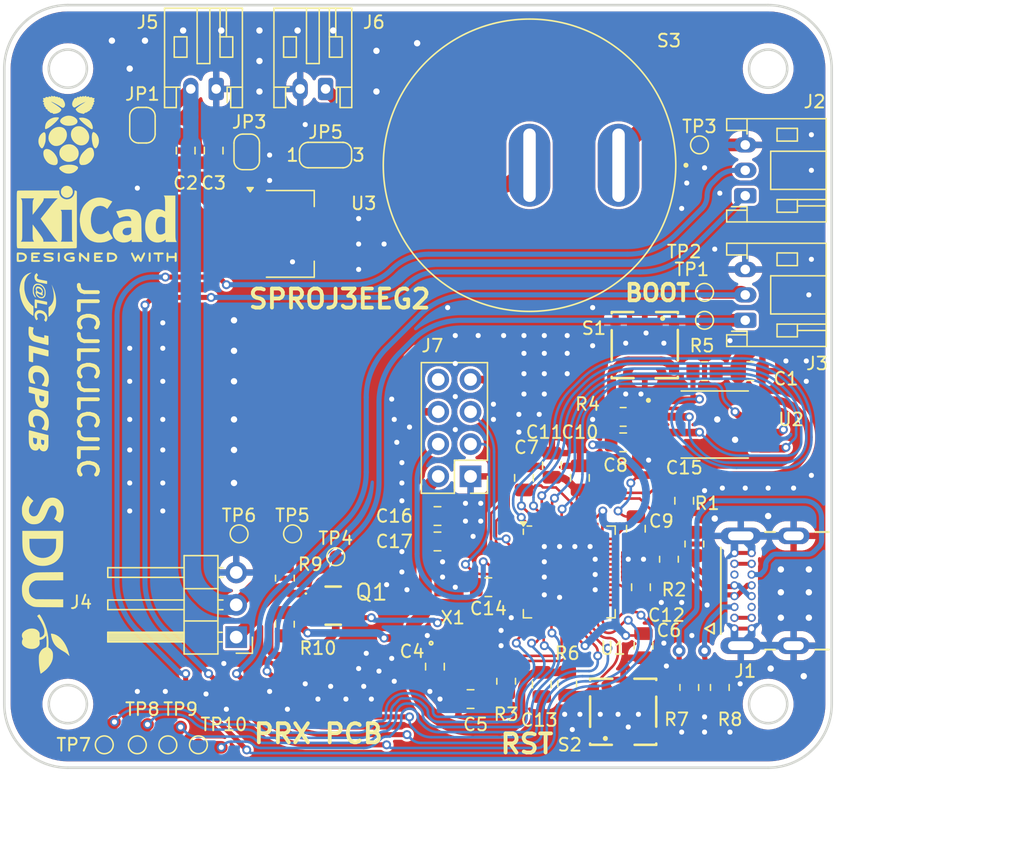
<source format=kicad_pcb>
(kicad_pcb (version 20240108) (generator "pcbnew") (generator_version "8.0")
  (title_block (title "SPROJ3G2 - Receiver Logic PCB") (date "2024-11-11") (rev "1.2") (company "SDU Sonderborg") (comment 1 "Author: Bence Toth"))
  (layers (0 "F.Cu" signal) (31 "B.Cu" signal) (34 "B.Paste" user) (35 "F.Paste" user) (36 "B.SilkS" user "B.Silkscreen") (37 "F.SilkS" user "F.Silkscreen") (38 "B.Mask" user) (39 "F.Mask" user) (44 "Edge.Cuts" user))
  (net 0 "")
  (net 1 "+3.3V")
  (net 4 "GND")
  (net 5 "Net-(JP1-B)")
  (net 7 "Net-(JP3-A)")
  (net 9 "Net-(JP5-A)")
  (net 10 "XIN")
  (net 11 "Net-(C5-Pad1)")
  (net 14 "+1V1")
  (net 15 "Net-(J1-CC1)")
  (net 16 "Net-(J1-CC2)")
  (net 17 "USB_D+")
  (net 18 "USB_D-")
  (net 19 "RP_UART_RX")
  (net 20 "RP_UART_TX")
  (net 21 "SWCLK")
  (net 22 "SWD")
  (net 23 "SERVO_SIG")
  (net 24 "+7.5V")
  (net 25 "+VDC")
  (net 26 "CE")
  (net 27 "SCK")
  (net 29 "CSN")
  (net 30 "MOSI")
  (net 32 "MISO")
  (net 33 "Net-(JP5-C)")
  (net 37 "SERVO_PIN")
  (net 40 "/RP_D-")
  (net 41 "/RP_D+")
  (net 44 "XOUT")
  (net 45 "QSPI_SS")
  (net 47 "Net-(U1-GPIO13)")
  (net 48 "Net-(R4-Pad2)")
  (net 49 "RUN")
  (net 50 "QSPI_D0")
  (net 51 "Net-(U1-GPIO14)")
  (net 54 "QSPI_D2")
  (net 57 "QSPI_D1")
  (net 59 "QSPI_CLK")
  (net 60 "QSPI_D3")
  (net 62 "Net-(U1-GPIO12)")
  (net 66 "Net-(U1-GPIO15)")
  (footprint "Capacitor_SMD:C_0805_2012Metric" (layer "F.Cu") (at 146.6 118)
    (property "Reference" "C17")
    (property "Value" "100n")
  )
  (footprint "Capacitor_SMD:C_0805_2012Metric" (layer "F.Cu") (at 171.2 104.6)
    (property "Reference" "C1")
    (property "Value" "100n")
  )
  (footprint "TestPoint:TestPoint_Pad_D1.0mm" (layer "F.Cu") (at 167.6 100.6)
    (property "Reference" "TP1")
    (property "Value" "SWCLKTP")
  )
  (footprint "Capacitor_SMD:C_0805_2012Metric" (layer "F.Cu") (at 166 114.8 -90)
    (property "Reference" "C15")
    (property "Value" "100n")
  )
  (footprint "NMOS_ZXMN3A03E6TA:ZXMN3A03E6TA" (layer "F.Cu") (at 138.4 123.05 -90)
    (property "Reference" "Q1")
    (property "Value" "ZXMN3A03E6TA" (hide yes))
  )
  (footprint "Capacitor_SMD:C_0805_2012Metric" (layer "F.Cu") (at 126.8 87.25 -90)
    (property "Reference" "C2")
    (property "Value" "100n")
  )
  (footprint "Logos:Raspberry_Pi_Logo" (layer "F.Cu") (at 117.6 86)
    (property "Reference" "G***" (hide yes))
    (property "Value" "LOGO" (hide yes))
  )
  (footprint "Logos:JLCPCB_Logo" (layer "F.Cu") (at 115.2 103.8 -90)
    (property "Reference" "G***" (hide yes))
    (property "Value" "LOGO" (hide yes))
  )
  (footprint "Capacitor_SMD:C_0805_2012Metric" (layer "F.Cu") (at 149.2 130.4 180)
    (property "Reference" "C5")
    (property "Value" "15p")
  )
  (footprint "Connector_JST:JST_PH_S3B-PH-K_1x03_P2.00mm_Horizontal" (layer "F.Cu") (at 170.8 100.6 90)
    (property "Reference" "J3")
    (property "Value" "SWDIO_Con")
  )
  (footprint "TestPoint:TestPoint_Pad_D1.0mm" (layer "F.Cu") (at 138.6 119.2)
    (property "Reference" "TP4")
    (property "Value" "SERVOTP")
  )
  (footprint "Switch_431183015816:431183015816" (layer "F.Cu") (at 161.2 131.4)
    (property "Reference" "S2")
    (property "Value" "431183015816")
  )
  (footprint "Jumper:SolderJumper-2_P1.3mm_Open_RoundedPad1.0x1.5mm" (layer "F.Cu") (at 131.6 87.35 90)
    (property "Reference" "JP3")
    (property "Value" "SJ_3")
  )
  (footprint "Package_DFN_QFN:QFN-56-1EP_7x7mm_P0.4mm_EP3.2x3.2mm" (layer "F.Cu") (at 156.9625 120.4)
    (property "Reference" "U1")
    (property "Value" "RP2040")
  )
  (footprint "Capacitor_SMD:C_0805_2012Metric" (layer "F.Cu") (at 146.4 127.85 -90)
    (property "Reference" "C4")
    (property "Value" "15p")
  )
  (footprint "Package_TO_SOT_SMD:SOT-223-3_TabPin2" (layer "F.Cu") (at 135 93.8)
    (property "Reference" "U3")
    (property "Value" "AMS1117-3.3")
  )
  (footprint "Resistor_SMD:R_0805_2012Metric" (layer "F.Cu") (at 167.6 104.6 180)
    (property "Reference" "R5")
    (property "Value" "DNP")
  )
  (footprint "Connector_JST:JST_PH_S3B-PH-K_1x03_P2.00mm_Horizontal" (layer "F.Cu") (at 170.8 90.8 90)
    (property "Reference" "J2")
    (property "Value" "UART_Con")
  )
  (footprint "Capacitor_SMD:C_0805_2012Metric" (layer "F.Cu") (at 146.6 116)
    (property "Reference" "C16")
    (property "Value" "10u")
  )
  (footprint "Connector_PinHeader_2.54mm:PinHeader_1x03_P2.54mm_Horizontal" (layer "F.Cu") (at 130.775 125.525 180)
    (property "Reference" "J4")
    (property "Value" "Servo_Con")
  )
  (footprint "Switch_431183015816:431183015816" (layer "F.Cu") (at 162.9 102.55 180)
    (property "Reference" "S1")
    (property "Value" "431183015816")
  )
  (footprint "Resistor_SMD:R_0805_2012Metric" (layer "F.Cu") (at 164.8 119.4 90)
    (property "Reference" "R2")
    (property "Value" "27")
  )
  (footprint "TestPoint:TestPoint_Pad_D1.0mm" (layer "F.Cu") (at 123 134)
    (property "Reference" "TP8")
    (property "Value" "GP13TP")
  )
  (footprint "Capacitor_SMD:C_0805_2012Metric" (layer "F.Cu") (at 150.6 121.6 180)
    (property "Reference" "C14")
    (property "Value" "100n")
  )
  (footprint "Capacitor_SMD:C_0805_2012Metric" (layer "F.Cu") (at 161.2 110.2)
    (property "Reference" "C8")
    (property "Value" "1u")
  )
  (footprint "TestPoint:TestPoint_Pad_D1.0mm" (layer "F.Cu") (at 135.2 117.4)
    (property "Reference" "TP5")
    (property "Value" "7VTP")
  )
  (footprint "TestPoint:TestPoint_Pad_D1.0mm" (layer "F.Cu") (at 167.2 86.8)
    (property "Reference" "TP3")
    (property "Value" "GNDTP")
  )
  (footprint "Resistor_SMD:R_0805_2012Metric" (layer "F.Cu") (at 156.8 129.2 -90)
    (property "Reference" "R6")
    (property "Value" "10K")
  )
  (footprint "TestPoint:TestPoint_Pad_D1.0mm" (layer "F.Cu") (at 167.6 98.4)
    (property "Reference" "TP2")
    (property "Value" "SWDTP")
  )
  (footprint "SPI_Flash_W25Q128JVSIQ:W25Q128JVSIQ" (layer "F.Cu") (at 168.4 108.8)
    (property "Reference" "U2")
    (property "Value" "W25Q128JVSIQ")
  )
  (footprint "Capacitor_SMD:C_0805_2012Metric" (layer "F.Cu") (at 155.6 112 90)
    (property "Reference" "C11")
    (property "Value" "100n")
  )
  (footprint "Capacitor_SMD:C_0805_2012Metric" (layer "F.Cu") (at 162.2 117 -90)
    (property "Reference" "C9")
    (property "Value" "1u")
  )
  (footprint "TestPoint:TestPoint_Pad_D1.0mm" (layer "F.Cu") (at 127.8 134)
    (property "Reference" "TP10")
    (property "Value" "GP15TP")
  )
  (footprint "Jumper:SolderJumper-3_P1.3mm_Open_RoundedPad1.0x1.5mm_NumberLabels" (layer "F.Cu") (at 137.8 87.6)
    (property "Reference" "JP5")
    (property "Value" "SJ_5")
  )
  (footprint "Capacitor_SMD:C_0805_2012Metric" (layer "F.Cu") (at 129 87.25 -90)
    (property "Reference" "C3")
    (property "Value" "100n")
  )
  (footprint "Resistor_SMD:R_0805_2012Metric" (layer "F.Cu") (at 166.8 118.2 90)
    (property "Reference" "R1")
    (property "Value" "27")
  )
  (footprint "TestPoint:TestPoint_Pad_D1.0mm" (layer "F.Cu") (at 131 117.4)
    (property "Reference" "TP6")
    (property "Value" "GNDTP")
  )
  (footprint "Connector_PinHeader_2.54mm:PinHeader_2x04_P2.54mm_Vertical" (layer "F.Cu") (at 149.2 112.88 180)
    (property "Reference" "J7")
    (property "Value" "RF24_Con")
  )
  (footprint "Resistor_SMD:R_0805_2012Metric" (layer "F.Cu") (at 168.8 129.4875 -90)
    (property "Reference" "R8")
    (property "Value" "5K1")
  )
  (footprint "Logos:SDU_Logo" (layer "F.Cu") (at 115.8 121.4 -90)
    (property "Reference" "G***" (hide yes))
    (property "Value" "LOGO" (hide yes))
  )
  (footprint "Jumper:SolderJumper-2_P1.3mm_Open_RoundedPad1.0x1.5mm" (layer "F.Cu") (at 123.4 85.25 -90)
    (property "Reference" "JP1")
    (property "Value" "SJ_1")
  )
  (footprint "USB_C_Port_213716-0001:2137160001" (layer "F.Cu") (at 177.6 121.88 90)
    (property "Reference" "J1")
    (property "Value" "2137160001")
  )
  (footprint "Resistor_SMD:R_0805_2012Metric" (layer "F.Cu") (at 134.6 124.5125 90)
    (property "Reference" "R10")
    (property "Value" "5K1")
  )
  (footprint "Connector_JST:JST_PH_S2B-PH-K_1x02_P2.00mm_Horizontal" (layer "F.Cu") (at 129.2 82.4 180)
    (property "Reference" "J5")
    (property "Value" "7V_Supply_Voltage_Con")
  )
  (footprint "TestPoint:TestPoint_Pad_D1.0mm" (layer "F.Cu") (at 120.4 134)
    (property "Reference" "TP7")
    (property "Value" "GP12TP")
  )
  (footprint "Resistor_SMD:R_0805_2012Metric" (layer "F.Cu") (at 166.4 129.4875 -90)
    (property "Reference" "R7")
    (property "Value" "5K1")
  )
  (footprint "Capacitor_SMD:C_0805_2012Metric" (layer "F.Cu") (at 153.4 113 90)
    (property "Reference" "C7")
    (property "Value" "100n")
  )
  (footprint "Resistor_SMD:R_0805_2012Metric" (layer "F.Cu") (at 161.2 108.2 180)
    (property "Reference" "R4")
    (property "Value" "1K")
  )
  (footprint "TestPoint:TestPoint_Pad_D1.0mm" (layer "F.Cu") (at 125.4 134)
    (property "Reference" "TP9")
    (property "Value" "GP14TP")
  )
  (footprint "Resistor_SMD:R_0805_2012Metric" (layer "F.Cu") (at 152 129 90)
    (property "Reference" "R3")
    (property "Value" "1K")
  )
  (footprint "Capacitor_SMD:C_0805_2012Metric" (layer "F.Cu") (at 157.8 113 90)
    (property "Reference" "C10")
    (property "Value" "100n")
  )
  (footprint "Crystal_12MHz:ABM8-272-T3_ABR" (layer "F.Cu") (at 149.199999 127.1)
    (property "Reference" "X1")
    (property "Value" "ABM8-272-T3")
  )
  (footprint "Capacitor_SMD:C_0805_2012Metric" (layer "F.Cu") (at 162.6 121.6 90)
    (property "Reference" "C12")
    (property "Value" "100n")
  )
  (footprint "Symbol:KiCad-Logo2_5mm_SilkScreen" (layer "F.Cu") (at 119.8 93)
    (property "Reference" "REF**" (hide yes))
    (property "Value" "KiCad-Logo2_5mm_SilkScreen" (hide yes))
  )
  (footprint "Capacitor_SMD:C_0805_2012Metric" (layer "F.Cu") (at 154.8 129.25 -90)
    (property "Reference" "C13")
    (property "Value" "100n")
  )
  (footprint "Capacitor_SMD:C_0805_2012Metric" (layer "F.Cu") (at 162.8 126.2 -90)
    (property "Reference" "C6")
    (property "Value" "100n")
  )
  (footprint "Connector_JST:JST_PH_S2B-PH-K_1x02_P2.00mm_Horizontal" (layer "F.Cu") (at 137.8 82.4 180)
    (property "Reference" "J6")
    (property "Value" "3V3_Supply_Voltage_Con")
  )
  (footprint "Resistor_SMD:R_0805_2012Metric" (layer "F.Cu") (at 134.6 120.8875 -90)
    (property "Reference" "R9")
    (property "Value" "5K1")
  )
  (footprint "Switch_RR511D1121:RR511D1121" (layer "F.Cu") (at 153.8375 88.4 180)
    (property "Reference" "S3")
    (property "Value" "RR511D1121")
  )
  (gr_arc (start 117.535534 135.8) (mid 113.999978 134.335546) (end 112.535534 130.800001) (stroke (width 0.2)) (layer "Edge.Cuts"))
  (gr_arc (start 172.6 75.8) (mid 176.135534 77.264466) (end 177.6 80.8) (stroke (width 0.2)) (layer "Edge.Cuts"))
  (gr_circle (center 117.535533 80.8) (end 117.535533 79.3) (stroke (width 0.2)) (fill none) (layer "Edge.Cuts"))
  (gr_line (start 117.535534 135.8) (end 172.600001 135.8) (stroke (width 0.2)) (layer "Edge.Cuts"))
  (gr_line (start 177.6 130.799999) (end 177.6 80.8) (stroke (width 0.2)) (layer "Edge.Cuts"))
  (gr_arc (start 177.6 130.799999) (mid 176.135535 134.335533) (end 172.600001 135.8) (stroke (width 0.2)) (layer "Edge.Cuts"))
  (gr_arc (start 112.535534 80.8) (mid 114.000002 77.264478) (end 117.535534 75.8) (stroke (width 0.2)) (layer "Edge.Cuts"))
  (gr_line (start 112.535534 80.8) (end 112.535534 130.800001) (stroke (width 0.2)) (layer "Edge.Cuts"))
  (gr_circle (center 117.535533 130.8) (end 117.535533 129.3) (stroke (width 0.2)) (fill none) (layer "Edge.Cuts"))
  (gr_circle (center 172.600001 130.8) (end 172.600001 129.3) (stroke (width 0.2)) (fill none) (layer "Edge.Cuts"))
  (gr_line (start 172.6 75.8) (end 117.535534 75.8) (stroke (width 0.2)) (layer "Edge.Cuts"))
  (gr_circle (center 172.600001 80.8) (end 172.600001 79.3) (stroke (width 0.2)) (fill none) (layer "Edge.Cuts"))
  (gr_text "RST" (at 151.4 134.8 0) (layer "F.SilkS") (effects (font (size 1.5 1.5) (thickness 0.3) (bold yes)) (justify left bottom)))
  (gr_text "BOOT" (at 161.2 99.2 0) (layer "F.SilkS") (effects (font (size 1.3 1.3) (thickness 0.3) (bold yes)) (justify left bottom)))
  (gr_text "SPROJ3EEG2" (at 131.6 99.8 0) (layer "F.SilkS") (effects (font (size 1.5 1.5) (thickness 0.3) (bold yes)) (justify left bottom)))
  (gr_text "JLCJLCJLCJLC" (at 118.2 97.4 -90) (layer "F.SilkS") (effects (font (size 1.5 1.5) (thickness 0.3) (bold yes)) (justify left bottom)))
  (gr_text "PRX PCB" (at 132 134 0) (layer "F.SilkS") (effects (font (size 1.5 1.5) (thickness 0.3) (bold yes)) (justify left bottom)))
  (segment (start 144.7 124.5) (end 144.8 124.4) (width 1) (layer "F.Cu") (net 1))
  (segment (start 145.65 122.982322) (end 145.65 118) (width 1) (layer "F.Cu") (net 1))
  (segment (start 159.625 117.825) (end 159.61875 117.81875) (width 0.2) (layer "F.Cu") (net 1))
  (segment (start 153.2 131.4) (end 153.2 131.6) (width 0.6) (layer "F.Cu") (net 1))
  (segment (start 154.975 128.3) (end 154.625 128.3) (width 0.6) (layer "F.Cu") (net 1))
  (segment (start 161.391874 112.2) (end 160.9 112.2) (width 0.6) (layer "F.Cu") (net 1))
  (segment (start 166 113.313588) (end 166 113.85) (width 0.6) (layer "F.Cu") (net 1))
  (segment (start 157.675 113.95) (end 157.6875 113.95) (width 0.6) (layer "F.Cu") (net 1))
  (segment (start 157.561868 115.717604) (end 157.561868 116.282395) (width 0.2) (layer "F.Cu") (net 1))
  (segment (start 170.25 104.9625) (end 170.25 106.135337) (width 0.6) (layer "F.Cu") (net 1))
  (segment (start 159.223223 123) (end 157.567937 123) (width 0.2) (layer "F.Cu") (net 1))
  (segment (start 160.4 117.8) (end 159.626516 117.8) (width 0.2) (layer "F.Cu") (net 1))
  (segment (start 154.45 128.3) (end 154.625 128.3) (width 0.6) (layer "F.Cu") (net 1))
  (segment (start 157.6875 113.95) (end 157.9125 113.95) (width 0.6) (layer "F.Cu") (net 1))
  (segment (start 145.65 122.982322) (end 145.65 123.017677) (width 1) (layer "F.Cu") (net 1))
  (segment (start 172.005 106.895) (end 171.009662 106.895) (width 0.6) (layer "F.Cu") (net 1))
  (segment (start 161.568198 116.05) (end 162.175 116.05) (width 0.2) (layer "F.Cu") (net 1))
  (segment (start 157.1625 123.405437) (end 157.1625 123.8375) (width 0.2) (layer "F.Cu") (net 1))
  (segment (start 144.6 124.741421) (end 144.6 125.1) (width 1) (layer "F.Cu") (net 1))
  (segment (start 136.117157 124.282842) (end 136.099999 124.299999) (width 0.6) (layer "F.Cu") (net 1))
  (segment (start 146.155 113.385) (end 146.66 112.88) (width 1) (layer "F.Cu") (net 1))
  (segment (start 161.4409 121.8409) (end 161.212132 121.612132) (width 0.2) (layer "F.Cu") (net 1))
  (segment (start 162.209099 122.159099) (end 162.6 122.55) (width 0.2) (layer "F.Cu") (net 1))
  (segment (start 172.76617 112.777176) (end 166.536412 112.777176) (width 0.6) (layer "F.Cu") (net 1))
  (segment (start 157.561868 114.356516) (end 157.561868 115.717604) (width 0.2) (layer "F.Cu") (net 1))
  (segment (start 151.293673 122.581326) (end 151.199999 122.674999) (width 1) (layer "F.Cu") (net 1))
  (segment (start 162.361036 112.838963) (end 161.8 113.4) (width 0.2) (layer "F.Cu") (net 1))
  (segment (start 144.999999 124.199999) (end 144.8 124.4) (width 1) (layer "F.Cu") (net 1))
  (segment (start 159.65 121.336694) (end 159.65 122.573223) (width 0.2) (layer "F.Cu") (net 1))
  (segment (start 157.5625 116.600446) (end 157.5625 116.9625) (width 0.2) (layer "F.Cu") (net 1))
  (segment (start 153.2 131.6) (end 153.2 131.7) (width 0.6) (layer "F.Cu") (net 1))
  (segment (start 162.088588 112.488588) (end 162.361036 112.761036) (width 0.6) (layer "F.Cu") (net 1))
  (segment (start 153.79193 121.4) (end 153.852992 121.4) (width 0.2) (layer "F.Cu") (net 1))
  (segment (start 159.5625 117.735983) (end 159.5625 116.9625) (width 0.2) (layer "F.Cu") (net 1))
  (segment (start 151.891421 121.4) (end 153.25807 121.4) (width 0.2) (layer "F.Cu") (net 1))
  (segment (start 161.204311 86.995688) (end 162.606207 85.593792) (width 1.2) (layer "F.Cu") (net 1))
  (segment (start 174.951471 111.848528) (end 174.911411 111.888587) (width 0.6) (layer "F.Cu") (net 1))
  (segment (start 160.018974 121.4) (end 160.4 121.4) (width 0.2) (layer "F.Cu") (net 1))
  (segment (start 159.5 117.8) (end 159.573483 117.8) (width 0.2) (layer "F.Cu") (net 1))
  (segment (start 136.099999 124.299999) (end 135.499999 124.899999) (width 0.6) (layer "F.Cu") (net 1))
  (segment (start 162.132322 116.067677) (end 160.4 117.8) (width 0.2) (layer "F.Cu") (net 1))
  (segment (start 154.264644 117.8) (end 153.525 117.8) (width 0.2) (layer "F.Cu") (net 1))
  (segment (start 157.461611 113.861611) (end 156.885875 113.285875) (width 0.6) (layer "F.Cu") (net 1))
  (segment (start 165.463588 112.777176) (end 166.536412 112.777176) (width 0.6) (layer "F.Cu") (net 1))
  (segment (start 134.7875 125.425) (end 134.6 125.425) (width 0.6) (layer "F.Cu") (net 1))
  (segment (start 162.4 112.777176) (end 165.463588 112.777176) (width 0.6) (layer "F.Cu") (net 1))
  (segment (start 157.1625 123.8375) (end 157.1625 127.668673) (width 0.2) (layer "F.Cu") (net 1))
  (segment (start 136.1 124.9) (end 136.4 125.2) (width 0.6) (layer "F.Cu") (net 1))
  (segment (start 144.1 125.6) (end 142.4 125.6) (width 0.6) (layer "F.Cu") (net 1))
  (segment (start 157.1625 116.680934) (end 157.1625 116.9625) (width 0.2) (layer "F.Cu") (net 1))
  (segment (start 157.9125 113.95) (end 158.025 113.95) (width 0.6) (layer "F.Cu") (net 1))
  (segment (start 157.561868 116.598921) (end 157.561868 116.282395) (width 0.2) (layer "F.Cu") (net 1))
  (segment (start 157.361597 116.20027) (end 157.362184 116.199684) (width 0.2) (layer "F.Cu") (net 1))
  (segment (start 153.852512 128.547487) (end 153.649999 128.749999) (width 0.6) (layer "F.Cu") (net 1))
  (segment (start 153.2 131.4) (end 153.2 129.836396) (width 0.6) (layer "F.Cu") (net 1))
  (segment (start 144.6 128.020101) (end 144.6 126.1) (width 1) (layer "F.Cu") (net 1))
  (segment (start 156.778661 128.3) (end 154.975 128.3) (width 0.6) (layer "F.Cu") (net 1))
  (segment (start 154.35 117.885355) (end 154.35 120.902992) (width 0.2) (layer "F.Cu") (net 1))
  (segment (start 136.8 124) (end 137.2 124) (width 0.6) (layer "F.Cu") (net 1))
  (segment (start 144.6 126.1) (end 144.6 125.1) (width 1) (layer "F.Cu") (net 1))
  (segment (start 159.65 121.031025) (end 159.65 117.885355) (width 0.2) (layer "F.Cu") (net 1))
  (segment (start 149.379898 132.8) (end 151.492893 132.8) (width 1) (layer "F.Cu") (net 1))
  (segment (start 145.455545 123.744454) (end 144.999999 124.199999) (width 1) (layer "F.Cu") (net 1))
  (segment (start 172.6625 102.2) (end 172.975735 102.2) (width 1.2) (layer "F.Cu") (net 1))
  (segment (start 166.453963 84) (end 171.268629 84) (width 1.2) (layer "F.Cu") (net 1))
  (segment (start 161.025 115.825) (end 160.8 115.6) (width 0.2) (layer "F.Cu") (net 1))
  (segment (start 152.699999 132.299999) (end 153.129289 131.87071) (width 1) (layer "F.Cu") (net 1))
  (segment (start 145.692677 123.025) (end 150.355025 123.025) (width 1) (layer "F.Cu") (net 1))
  (segment (start 157.680933 114.069065) (end 157.72045 114.029549) (width 0.2) (layer "F.Cu") (net 1))
  (segment (start 145.65 116) (end 145.65 118) (width 1) (layer "F.Cu") (net 1))
  (segment (start 171.403508 102.721491) (end 170.506326 103.618673) (width 1.2) (layer "F.Cu") (net 1))
  (segment (start 153.79193 121.4) (end 153.25807 121.4) (width 0.2) (layer "F.Cu") (net 1))
  (segment (start 174 101.175735) (end 174 86.73137) (width 1.2) (layer "F.Cu") (net 1))
  (segment (start 145.65 123.275) (end 145.65 123.017677) (width 1) (layer "F.Cu") (net 1))
  (segment (start 135.107582 125.292417) (end 135.499999 124.899999) (width 0.6) (layer "F.Cu") (net 1))
  (segment (start 160.8375 87.88125) (end 160.8375 88.4) (width 1.2) (layer "F.Cu") (net 1))
  (segment (start 159.65 121.336694) (end 159.65 121.031025) (width 0.2) (layer "F.Cu") (net 1))
  (segment (start 174.951471 107.751471) (end 174.833926 107.633926) (width 0.6) (layer "F.Cu") (net 1))
  (segment (start 156.80625 128.28125) (end 156.98125 128.10625) (width 0.2) (layer "F.Cu") (net 1))
  (segment (start 145.65 116) (end 145.65 114.604177) (width 1) (layer "F.Cu") (net 1))
  (segment (start 169.8875 104.6) (end 168.5125 104.6) (width 0.7) (layer "F.Cu") (net 1))
  (segment (start 156.075 112.95) (end 155.6 112.95) (width 0.6) (layer "F.Cu") (net 1))
  (segment (start 156.80625 128.28125) (end 156.79375 128.29375) (width 0.2) (layer "F.Cu") (net 1))
  (segment (start 170.25 104.2375) (end 170.25 104.9625) (width 1.2) (layer "F.Cu") (net 1))
  (segment (start 159.1625 117.394562) (end 159.1625 116.9625) (width 0.2) (layer "F.Cu") (net 1))
  (segment (start 151.55 121.741421) (end 151.55 121.9625) (width 1) (layer "F.Cu") (net 1))
  (segment (start 173.05 106.895) (end 172.005 106.895) (width 0.6) (layer "F.Cu") (net 1))
  (segment (start 158.409098 113.7909) (end 159.363603 112.836396) (width 0.6) (layer "F.Cu") (net 1))
  (segment (start 160.7 121.4) (end 160.4 121.4) (width 0.2) (layer "F.Cu") (net 1))
  (segment (start 159.329289 117.729289) (end 159.28125 117.68125) (width 0.2) (layer "F.Cu") (net 1))
  (via (at 161.8 113.4) (size 0.7) (drill 0.4) (layers "F.Cu" "B.Cu") (net 1))
  (via (at 160.8 115.6) (size 0.7) (drill 0.4) (layers "F.Cu" "B.Cu") (net 1))
  (via (at 142.4 125.6) (size 0.7) (drill 0.4) (layers "F.Cu" "B.Cu") (net 1))
  (via (at 136.4 125.2) (size 0.7) (drill 0.4) (layers "F.Cu" "B.Cu") (net 1))
  (arc (start 162.175 116.05) (mid 162.151902 116.054594) (end 162.132322 116.067677) (width 0.2) (layer "F.Cu") (net 1))
  (arc (start 151.891421 121.4) (mid 151.760764 121.425989) (end 151.65 121.5) (width 0.2) (layer "F.Cu") (net 1))
  (arc (start 165.463588 112.777176) (mid 165.842888 112.934287) (end 166 113.313588) (width 0.6) (layer "F.Cu") (net 1))
  (arc (start 159.58125 117.78125) (mid 159.602018 117.795127) (end 159.626516 117.8) (width 0.2) (layer "F.Cu") (net 1))
  (arc (start 146.155 113.385) (mid 145.781245 113.944363) (end 145.65 114.604177) (width 1) (layer "F.Cu") (net 1))
  (arc (start 159.625 117.825) (mid 159.643502 117.852691) (end 159.65 117.885355) (width 0.2) (layer "F.Cu") (net 1))
  (arc (start 144.6 126.1) (mid 144.453553 125.746446) (end 144.1 125.6) (width 1) (layer "F.Cu") (net 1))
  (arc (start 157.72045 114.029549) (mid 157.730551 113.978766) (end 157.6875 113.95) (width 0.2) (layer "F.Cu") (net 1))
  (arc (start 162.209099 122.159099) (mid 162.032872 122.041348) (end 161.825 122) (width 0.2) (layer "F.Cu") (net 1))
  (arc (start 154.35 120.902992) (mid 154.312167 121.093189) (end 154.20443 121.25443) (width 0.2) (layer "F.Cu") (net 1))
  (arc (start 162.4 112.777176) (mid 162.378913 112.772981) (end 162.361036 112.761036) (width 0.6) (layer "F.Cu") (net 1))
  (arc (start 161.204311 86.995688) (mid 160.932831 87.401987) (end 160.8375 87.88125) (width 1.2) (layer "F.Cu") (net 1))
  (arc (start 175.8 109.8) (mid 175.579474 108.691344) (end 174.951471 107.751471) (width 0.6) (layer "F.Cu") (net 1))
  (arc (start 159.61875 117.81875) (mid 159.597981 117.804872) (end 159.573483 117.8) (width 0.2) (layer "F.Cu") (net 1))
  (arc (start 157.362184 116.199684) (mid 157.509971 115.978503) (end 157.561868 115.717604) (width 0.2) (layer "F.Cu") (net 1))
  (arc (start 161.391874 112.2) (mid 161.768933 112.275001) (end 162.088588 112.488588) (width 0.6) (layer "F.Cu") (net 1))
  (arc (start 136.1 124.9) (mid 135.975735 124.599999) (end 136.099999 124.299999) (width 0.6) (layer "F.Cu") (net 1))
  (arc (start 159.329289 117.729289) (mid 159.407611 117.781622) (end 159.5 117.8) (width 0.2) (layer "F.Cu") (net 1))
  (arc (start 161.568198 116.05) (mid 161.274221 115.991524) (end 161.025 115.825) (width 0.2) (layer "F.Cu") (net 1))
  (arc (start 156.885875 113.285875) (mid 156.513842 113.037291) (end 156.075 112.95) (width 0.6) (layer "F.Cu") (net 1))
  (arc (start 144.6 125.1) (mid 144.453553 125.453553) (end 144.1 125.6) (width 0.6) (layer "F.Cu") (net 1))
  (arc (start 153.852512 128.547487) (mid 154.126642 128.364319) (end 154.45 128.3) (width 0.6) (layer "F.Cu") (net 1))
  (arc (start 161.212132 121.612132) (mid 160.977163 121.455131) (end 160.7 121.4) (width 0.2) (layer "F.Cu") (net 1))
  (arc (start 154.325 117.825) (mid 154.297308 117.806497) (end 154.264644 117.8) (width 0.2) (layer "F.Cu") (net 1))
  (arc (start 162.377176 112.8) (mid 162.38386 112.78386) (end 162.4 112.777176) (width 0.6) (layer "F.Cu") (net 1))
  (arc (start 172.6625 102.2) (mid 171.981138 102.335531) (end 171.403508 102.721491) (width 1.2) (layer "F.Cu") (net 1))
  (arc (start 166.453963 84) (mid 164.371572 84.414213) (end 162.606207 85.593792) (width 1.2) (layer "F.Cu") (net 1))
  (arc (start 161.4409 121.8409) (mid 161.617126 121.958651) (end 161.825 122) (width 0.2) (layer "F.Cu") (net 1))
  (arc (start 160.9 112.2) (mid 160.068508 112.365393) (end 159.363603 112.836396) (width 0.6) (layer "F.Cu") (net 1))
  (arc (start 157.561868 116.598921) (mid 157.56195 116.599333) (end 157.562184 116.599684) (width 0.2) (layer "F.Cu") (net 1))
  (arc (start 156.79375 128.29375) (mid 156.786827 128.298375) (end 156.778661 128.3) (width 0.6) (layer "F.Cu") (net 1))
  (arc (start 144.6 128.020101) (mid 144.963848 129.849289) (end 146 131.4) (width 1) (layer "F.Cu") (net 1))
  (arc (start 157.28125 123.11875) (mid 157.193362 123.250283) (end 157.1625 123.405437) (width 0.2) (layer "F.Cu") (net 1))
  (arc (start 157.9125 113.95) (mid 157.808563 113.970674) (end 157.72045 114.029549) (width 0.6) (layer "F.Cu") (net 1))
  (arc (start 157.461611 113.861611) (mid 157.559514 113.927028) (end 157.675 113.95) (width 0.6) (layer "F.Cu") (net 1))
  (arc (start 159.5625 117.735983) (mid 159.567372 117.760481) (end 159.58125 117.78125) (width 0.2) (layer "F.Cu") (net 1))
  (arc (start 159.65 122.573223) (mid 159.617513 122.736543) (end 159.525 122.875) (width 0.2) (layer "F.Cu") (net 1))
  (arc (start 175.8 109.8) (mid 175.579474 110.908655) (end 174.951471 111.848528) (width 0.6) (layer "F.Cu") (net 1))
  (arc (start 159.626516 117.8) (mid 159.616368 117.80678) (end 159.61875 117.81875) (width 0.2) (layer "F.Cu") (net 1))
  (arc (start 162.377176 112.8) (mid 162.372981 112.821086) (end 162.361036 112.838963) (width 0.2) (layer "F.Cu") (net 1))
  (arc (start 157.562184 116.599684) (mid 157.562417 116.600033) (end 157.5625 116.600446) (width 0.2) (layer "F.Cu") (net 1))
  (arc (start 136.8 124) (mid 136.430448 124.073508) (end 136.117157 124.282842) (width 0.6) (layer "F.Cu") (net 1))
  (arc (start 149.379898 132.8) (mid 147.55071 132.436151) (end 146 131.4) (width 1) (layer "F.Cu") (net 1))
  (arc (start 159.573483 117.8) (mid 159.58363 117.793219) (end 159.58125 117.78125) (width 0.2) (layer "F.Cu") (net 1))
  (arc (start 151.199999 122.674999) (mid 150.812321 122.934037) (end 150.355025 123.025) (width 1) (layer "F.Cu") (net 1))
  (arc (start 170.25 104.9625) (mid 170.143826 104.706173) (end 169.8875 104.6) (width 0.6) (layer "F.Cu") (net 1))
  (arc (start 145.6625 123.0125) (mid 145.65452 123.010912) (end 145.65 123.017677) (width 1) (layer "F.Cu") (net 1))
  (arc (start 157.567937 123) (mid 157.412783 123.030862) (end 157.28125 123.11875) (width 0.2) (layer "F.Cu") (net 1))
  (arc (start 159.1625 117.394562) (mid 159.193362 117.549716) (end 159.28125 117.68125) (width 0.2) (layer "F.Cu") (net 1))
  (arc (start 157.1625 127.668673) (mid 157.115394 127.905488) (end 156.98125 128.10625) (width 0.2) (layer "F.Cu") (net 1))
  (arc (start 159.75807 121.29193) (mid 159.877773 121.371913) (end 160.018974 121.4) (width 0.2) (layer "F.Cu") (net 1))
  (arc (start 145.455545 123.744454) (mid 145.599462 123.529066) (end 145.65 123.275) (width 1) (layer "F.Cu") (net 1))
  (arc (start 174.833926 107.633926) (mid 174.015453 107.08704) (end 173.05 106.895) (width 0.6) (layer "F.Cu") (net 1))
  (arc (start 172.76617 112.777176) (mid 173.927166 112.546239) (end 174.911411 111.888587) (width 0.6) (layer "F.Cu") (net 1))
  (arc (start 157.361597 116.20027) (mid 157.214243 116.4208) (end 157.1625 116.680934) (width 0.2) (layer "F.Cu") (net 1))
  (arc (start 162.175 116.05) (mid 162.175 116.05) (end 162.175 116.05) (width 0.2) (layer "F.Cu") (net 1))
  (arc (start 159.65 121.031025) (mid 159.678086 121.172225) (end 159.75807 121.29193) (width 0.2) (layer "F.Cu") (net 1))
  (arc (start 153.649999 128.749999) (mid 153.31695 129.248442) (end 153.2 129.836396) (width 0.6) (layer "F.Cu") (net 1))
  (arc (start 170.4725 106.6725) (mid 170.718952 106.837174) (end 171.009662 106.895) (width 0.6) (layer "F.Cu") (net 1))
  (arc (start 157.680933 114.069065) (mid 157.592811 114.200949) (end 157.561868 114.356516) (width 0.2) (layer "F.Cu") (net 1))
  (arc (start 151.65 121.5) (mid 151.575989 121.610764) (end 151.55 121.741421) (width 0.2) (layer "F.Cu") (net 1))
  (arc (start 173.2 84.8) (mid 173.792086 85.68612) (end 174 86.73137) (width 1.2) (layer "F.Cu") (net 1))
  (arc (start 145.65 122.982322) (mid 145.653248 122.998654) (end 145.6625 123.0125) (width 1) (layer "F.Cu") (net 1))
  (arc (start 135.107582 125.292417) (mid 134.960727 125.390542) (end 134.7875 125.425) (width 0.6) (layer "F.Cu") (net 1))
  (arc (start 153.2 131.7) (mid 153.181622 131.792387) (end 153.129289 131.87071) (width 1) (layer "F.Cu") (net 1))
  (arc (start 169.8875 104.6) (mid 170.143826 104.493826) (end 170.25 104.2375) (width 0.7) (layer "F.Cu") (net 1))
  (arc (start 170.506326 103.618673) (mid 170.316616 103.902593) (end 170.25 104.2375) (width 1.2) (layer "F.Cu") (net 1))
  (arc (start 159.525 122.875) (mid 159.386543 122.967513) (end 159.223223 123) (width 0.2) (layer "F.Cu") (net 1))
  (arc (start 170.25 106.135337) (mid 170.307825 106.426047) (end 170.4725 106.6725) (width 0.6) (layer "F.Cu") (net 1))
  (arc (start 173.2 84.8) (mid 172.313879 84.207913) (end 171.268629 84) (width 1.2) (layer "F.Cu") (net 1))
  (arc (start 154.325 117.825) (mid 154.343502 117.852691) (end 154.35 117.885355) (width 0.2) (layer "F.Cu") (net 1))
  (arc (start 144.6 124.741421) (mid 144.625989 124.610764) (end 144.7 124.5) (width 1) (layer "F.Cu") (net 1))
  (arc (start 151.492893 132.8) (mid 152.146174 132.670053) (end 152.699999 132.299999) (width 1) (layer "F.Cu") (net 1))
  (arc (start 173.7 101.9) (mid 173.367704 102.122032) (end 172.975735 102.2) (width 1.2) (layer "F.Cu") (net 1))
  (arc (start 145.692677 123.025) (mid 145.676345 123.021751) (end 145.6625 123.0125) (width 1) (layer "F.Cu") (net 1))
  (arc (start 136.1 124.9) (mid 135.799999 124.775735) (end 135.499999 124.899999) (width 0.6) (layer "F.Cu") (net 1))
  (arc (start 174 101.175735) (mid 173.922032 101.567704) (end 173.7 101.9) (width 1.2) (layer "F.Cu") (net 1))
  (arc (start 158.409098 113.7909) (mid 158.232872 113.908651) (end 158.025 113.95) (width 0.6) (layer "F.Cu") (net 1))
  (arc (start 154.20443 121.25443) (mid 154.043189 121.362167) (end 153.852992 121.4) (width 0.2) (layer "F.Cu") (net 1))
  (arc (start 157.561868 116.282395) (mid 157.489659 116.174327) (end 157.362184 116.199684) (width 0.2) (layer "F.Cu") (net 1))
  (arc (start 166.536412 112.777176) (mid 166.157111 112.934287) (end 166 113.313588) (width 0.6) (layer "F.Cu") (net 1))
  (arc (start 151.293673 122.581326) (mid 151.483382 122.297406) (end 151.55 121.9625) (width 1) (layer "F.Cu") (net 1))
  (arc (start 162.377176 112.8) (mid 162.372981 112.778913) (end 162.361036 112.761036) (width 0.2) (layer "F.Cu") (net 1))
  (arc (start 159.75807 121.29193) (mid 159.689079 121.278206) (end 159.65 121.336694) (width 0.2) (layer "F.Cu") (net 1))
  (segment (start 161.8 114) (end 161.8 113.4) (width 0.2) (layer "B.Cu") (net 1))
  (segment (start 161.375735 115.024264) (end 160.8 115.6) (width 0.2) (layer "B.Cu") (net 1))
  (segment (start 141.717157 125.2) (end 136.4 125.2) (width 0.6) (layer "B.Cu") (net 1))
  (segment (start 142.2 125.4) (end 142.4 125.6) (width 0.6) (layer "B.Cu") (net 1))
  (arc (start 141.717157 125.2) (mid 141.978469 125.251978) (end 142.2 125.4) (width 0.6) (layer "B.Cu") (net 1))
  (arc (start 161.8 114) (mid 161.689737 114.554327) (end 161.375735 115.024264) (width 0.2) (layer "B.Cu") (net 1))
  (segment (start 155.6 122.94114) (end 155.9625 123.30364) (width 0.2) (layer "F.Cu") (net 4))
  (segment (start 170.8 86.8) (end 167.2 86.8) (width 1) (layer "F.Cu") (net 4))
  (segment (start 155.9625 123.30364) (end 155.9625 123.8375) (width 0.2) (layer "F.Cu") (net 4))
  (segment (start 155.6 122.6) (end 155.6 122.94114) (width 0.2) (layer "F.Cu") (net 4))
  (via (at 165.8 91.8) (size 0.7) (drill 0.4) (layers "F.Cu" "B.Cu") (net 4))
  (via (at 128.4 130) (size 0.7) (drill 0.4) (layers "F.Cu" "B.Cu") (net 4))
  (via (at 161.6 119.4) (size 0.7) (drill 0.4) (layers "F.Cu" "B.Cu") (net 4))
  (via (at 167.6 114) (size 0.7) (drill 0.4) (layers "F.Cu" "B.Cu") (net 4))
  (via (at 153 108) (size 0.7) (drill 0.4) (layers "F.Cu" "B.Cu") (net 4))
  (via (at 155 103.2) (size 0.7) (drill 0.4) (layers "F.Cu" "B.Cu") (net 4))
  (via (at 173.6 120.2) (size 1) (drill 0.5) (layers "F.Cu" "B.Cu") (net 4))
  (via (at 150 116.4) (size 0.7) (drill 0.4) (layers "F.Cu" "B.Cu") (net 4))
  (via (at 148 101.8) (size 0.7) (drill 0.4) (layers "F.Cu" "B.Cu") (net 4))
  (via (at 164.4 126) (size 0.7) (drill 0.4) (layers "F.Cu" "B.Cu") (net 4))
  (via (at 158.8 108.4) (size 0.7) (drill 0.4) (layers "F.Cu" "B.Cu") (net 4))
  (via (at 143 127.2) (size 0.7) (drill 0.4) (layers "F.Cu" "B.Cu") (net 4))
  (via (at 130.6 105.4) (size 1) (drill 0.5) (layers "F.Cu" "B.Cu") (net 4))
  (via (at 142 128.2) (size 0.7) (drill 0.4) (layers "F.Cu" "B.Cu") (net 4))
  (via (at 136.2 129.2) (size 0.7) (drill 0.4) (layers "F.Cu" "B.Cu") (net 4))
  (via (at 144.2 121.8) (size 0.7) (drill 0.4) (layers "F.Cu" "B.Cu") (net 4))
  (via (at 141 126.8) (size 0.7) (drill 0.4) (layers "F.Cu" "B.Cu") (net 4))
  (via (at 158.6 118.4) (size 0.7) (drill 0.4) (layers "F.Cu" "B.Cu") (net 4))
  (via (at 146.8 130.4) (size 0.7) (drill 0.4) (layers "F.Cu" "B.Cu") (net 4))
  (via (at 151 107.2) (size 0.7) (drill 0.4) (layers "F.Cu" "B.Cu") (net 4))
  (via (at 143 106.8) (size 0.7) (drill 0.4) (layers "F.Cu" "B.Cu") (net 4))
  (via (at 165.8 122.8) (size 0.7) (drill 0.4) (layers "F.Cu" "B.Cu") (net 4))
  (via (at 168.8 90.6) (size 0.7) (drill 0.4) (layers "F.Cu" "B.Cu") (net 4))
  (via (at 164.2 122.8) (size 0.7) (drill 0.4) (layers "F.Cu" "B.Cu") (net 4))
  (via (at 156.6 131.6) (size 0.7) (drill 0.4) (layers "F.Cu" "B.Cu") (net 4))
  (via (at 169 113.8) (size 0.7) (drill 0.4) (layers "F.Cu" "B.Cu") (net 4))
  (via (at 133.4 89.6) (size 0.7) (drill 0.4) (layers "F.Cu" "B.Cu") (net 4))
  (via (at 162.6 106.4) (size 0.7) (drill 0.4) (layers "F.Cu" "B.Cu") (net 4))
  (via (at 134.8 131.2) (size 0.7) (drill 0.4) (layers "F.Cu" "B.Cu") (net 4))
  (via (at 155 118.4) (size 0.7) (drill 0.4) (layers "F.Cu" "B.Cu") (net 4))
  (via (at 157.8 131.6) (size 0.7) (drill 0.4) (layers "F.Cu" "B.Cu") (net 4))
  (via (at 123 90.2) (size 0.7) (drill 0.4) (layers "F.Cu" "B.Cu") (net 4))
  (via (at 123.6 78.6) (size 1) (drill 0.5) (layers "F.Cu" "B.Cu") (net 4))
  (via (at 148 104) (size 0.7) (drill 0.4) (layers "F.Cu" "B.Cu") (net 4))
  (via (at 167.6 133) (size 0.7) (drill 0.4) (layers "F.Cu" "B.Cu") (net 4))
  (via (at 166.6 125.4) (size 0.7) (drill 0.4) (layers "F.Cu" "B.Cu") (net 4))
  (via (at 148.8 115) (size 0.7) (drill 0.4) (layers "F.Cu" "B.Cu") (net 4))
  (via (at 130.6 110.8) (size 1) (drill 0.5) (layers "F.Cu" "B.Cu") (net 4))
  (via (at 147 120.8) (size 0.7) (drill 0.4) (layers "F.Cu" "B.Cu") (net 4))
  (via (at 165.8 133) (size 0.7) (drill 0.4) (layers "F.Cu" "B.Cu") (net 4))
  (via (at 125 110.8) (size 0.7) (drill 0.4) (layers "F.Cu" "B.Cu") (net 4))
  (via (at 158.8 99.6) (size 0.7) (drill 0.4) (layers "F.Cu" "B.Cu") (net 4))
  (via (at 153 109.4) (size 0.7) (drill 0.4) (layers "F.Cu" "B.Cu") (net 4))
  (via (at 175.6 103.8) (size 0.7) (drill 0.4) (layers "F.Cu" "B.Cu") (net 4))
  (via (at 129.8 127.6) (size 0.7) (drill 0.4) (layers "F.Cu" "B.Cu") (net 4))
  (via (at 125 105.4) (size 0.7) (drill 0.4) (layers "F.Cu" "B.Cu") (net 4))
  (via (at 143.8 111.8) (size 0.7) (drill 0.4) (layers "F.Cu" "B.Cu") (net 4))
  (via (at 157.4 118.4) (size 0.7) (drill 0.4) (layers "F.Cu" "B.Cu") (net 4))
  (via (at 175.8 98.6) (size 0.7) (drill 0.4) (layers "F.Cu" "B.Cu") (net 4))
  (via (at 138.4 77.8) (size 1) (drill 0.5) (layers "F.Cu" "B.Cu") (net 4))
  (via (at 176 95.8) (size 0.7) (drill 0.4) (layers "F.Cu" "B.Cu") (net 4))
  (via (at 148 109.2) (size 0.7) (drill 0.4) (layers "F.Cu" "B.Cu") (net 4))
  (via (at 176 112.8) (size 0.7) (drill 0.4) (layers "F.Cu" "B.Cu") (net 4))
  (via (at 168.6 108.4) (size 1) (drill 0.5) (layers "F.Cu" "B.Cu") (net 4))
  (via (at 130 131.2) (size 0.7) (drill 0.4) (layers "F.Cu" "B.Cu") (net 4))
  (via (at 125 100.8) (size 0.7) (drill 0.4) (layers "F.Cu" "B.Cu") (net 4))
  (via (at 142.4 94.6) (size 0.7) (drill 0.4) (layers "F.Cu" "B.Cu") (net 4))
  (via (at 156.8 104.8) (size 0.7) (drill 0.4) (layers "F.Cu" "B.Cu") (net 4))
  (via (at 167.6 131.8) (size 0.7) (drill 0.4) (layers "F.Cu" "B.Cu") (net 4))
  (via (at 145.8 125.4) (size 0.7) (drill 0.4) (layers "F.Cu" "B.Cu") (net 4))
  (via (at 152.4 124) (size 0.7) (drill 0.4) (layers "F.Cu" "B.Cu") (net 4))
  (via (at 126.6 77.8) (size 1) (drill 0.5) (layers "F.Cu" "B.Cu") (net 4))
  (via (at 176 86) (size 0.7) (drill 0.4) (layers "F.Cu" "B.Cu") (net 4))
  (via (at 132.6 82.6) (size 1) (drill 0.5) (layers "F.Cu" "B.Cu") (net 4))
  (via (at 166.2 89.8) (size 0.7) (drill 0.4) (layers "F.Cu" "B.Cu") (net 4))
  (via (at 156.8 103.2) (size 0.7) (drill 0.4) (layers "F.Cu" "B.Cu") (net 4))
  (via (at 173.6 124) (size 1) (drill 0.5) (layers "F.Cu" "B.Cu") (net 4))
  (via (at 161.6 132.6) (size 0.7) (drill 0.4) (layers "F.Cu" "B.Cu") (net 4))
  (via (at 149.8 101.8) (size 0.7) (drill 0.4) (layers "F.Cu" "B.Cu") (net 4))
  (via (at 122.4 115.6) (size 0.7) (drill 0.4) (layers "F.Cu" "B.Cu") (net 4))
  (via (at 154.6 108) (size 0.7) (drill 0.4) (layers "F.Cu" "B.Cu") (net 4))
  (via (at 151 108.4) (size 0.7) (drill 0.4) (layers "F.Cu" "B.Cu") (net 4))
  (via (at 130.6 113.4) (size 1) (drill 0.5) (layers "F.Cu" "B.Cu") (net 4))
  (via (at 130.6 103) (size 1) (drill 0.5) (layers "F.Cu" "B.Cu") (net 4))
  (via (at 159.4 131.6) (size 0.7) (drill 0.4) (layers "F.Cu" "B.Cu") (net 4))
  (via (at 125 102.8) (size 0.7) (drill 0.4) (layers "F.Cu" "B.Cu") (net 4))
  (via (at 130.6 108.4) (size 1) (drill 0.5) (layers "F.Cu" "B.Cu") (net 4))
  (via (at 174 103.8) (size 0.7) (drill 0.4) (layers "F.Cu" "B.Cu") (net 4))
  (via (at 147 119.6) (size 0.7) (drill 0.4) (layers "F.Cu" "B.Cu") (net 4))
  (via (at 169.6 133) (size 0.7) (drill 0.4) (layers "F.Cu" "B.Cu") (net 4))
  (via (at 122.4 113.4) (size 0.7) (drill 0.4) (layers "F.Cu" "B.Cu") (net 4))
  (via (at 130.6 100.6) (size 1) (drill 0.5) (layers "F.Cu" "B.Cu") (net 4))
  (via (at 175.8 122) (size 1) (drill 0.5) (layers "F.Cu" "B.Cu") (net 4))
  (via (at 159 119.4) (size 0.7) (drill 0.4) (layers "F.Cu" "B.Cu") (net 4))
  (via (at 175.8 124) (size 1) (drill 0.5) (layers "F.Cu" "B.Cu") (net 4))
  (via (at 121 78.6) (size 1) (drill 0.5) (layers "F.Cu" "B.Cu") (net 4))
  (via (at 172.6 116) (size 1) (drill 0.5) (layers "F.Cu" "B.Cu") (net 4))
  (via (at 122.4 110.8) (size 0.7) (drill 0.4) (layers "F.Cu" "B.Cu") (net 4))
  (via (at 163 101.6) (size 0.7) (drill 0.4) (layers "F.Cu" "B.Cu") (net 4))
  (via (at 168.4 95) (size 0.7) (drill 0.4) (layers "F.Cu" "B.Cu") (net 4))
  (via (at 143.8 118.8) (size 0.7) (drill 0.4) (layers "F.Cu" "B.Cu") (net 4))
  (via (at 153.4 103.2) (size 0.7) (drill 0.4) (layers "F.Cu" "B.Cu") (net 4))
  (via (at 155 101.8) (size 0.7) (drill 0.4) (layers "F.Cu" "B.Cu") (net 4))
  (via (at 144.4 109) (size 0.7) (drill 0.4) (layers "F.Cu" "B.Cu") (net 4))
  (via (at 156.8 101.8) (size 0.7) (drill 0.4) (layers "F.Cu" "B.Cu") (net 4))
  (via (at 153.4 106.4) (size 0.7) (drill 0.4) (layers "F.Cu" "B.Cu") (net 4))
  (via (at 150 115) (size 0.7) (drill 0.4) (layers "F.Cu" "B.Cu") (net 4))
  (via (at 169.6 102.2) (size 0.7) (drill 0.4) (layers "F.Cu" "B.Cu") (net 4))
  (via (at 157.2 132.8) (size 0.7) (drill 0.4) (layers "F.Cu" "B.Cu") (net 4))
  (via (at 122.4 80.8) (size 1) (drill 0.5) (layers "F.Cu" "B.Cu") (net 4))
  (via (at 125 108.4) (size 0.7) (drill 0.4) (layers "F.Cu" "B.Cu") (net 4))
  (via (at 155 106.4) (size 0.7) (drill 0.4) (layers "F.Cu" "B.Cu") (net 4))
  (via (at 129.6 77.8) (size 1) (drill 0.5) (layers "F.Cu" "B.Cu") (net 4))
  (via (at 158.8 102.6) (size 0.7) (drill 0.4) (layers "F.Cu" "B.Cu") (net 4))
  (via (at 133.4 129.8) (size 0.7) (drill 0.4) (layers "F.Cu" "B.Cu") (net 4))
  (via (at 141.8 82.6) (size 1) (drill 0.5) (layers "F.Cu" "B.Cu") (net 4))
  (via (at 137.2 130.4) (size 0.7) (drill 0.4) (layers "F.Cu" "B.Cu") (net 4))
  (via (at 136.2 85.2) (size 0.7) (drill 0.4) (layers "F.Cu" "B.Cu") (net 4))
  (via (at 148.8 116.4) (size 0.7) (drill 0.4) (layers "F.Cu" "B.Cu") (net 4))
  (via (at 125 113.4) (size 0.7) (drill 0.4) (layers "F.Cu" "B.Cu") (net 4))
  (via (at 143.2 108.4) (size 0.7) (drill 0.4) (layers "F.Cu" "B.Cu") (net 4))
  (via (at 163.2 111.6) (size 0.7) (drill 0.4) (layers "F.Cu" "B.Cu") (net 4))
  (via (at 168.4 116.2) (size 1) (drill 0.5) (layers "F.Cu" "B.Cu") (net 4))
  (via (at 153.4 104.8) (size 0.7) (drill 0.4) (layers "F.Cu" "B.Cu") (net 4))
  (via (at 170 110) (size 1) (drill 0.5) (layers "F.Cu" "B.Cu") (net 4))
  (via (at 149.4 117.6) (size 0.7) (drill 0.4) (layers "F.Cu" "B.Cu") (net 4))
  (via (at 123 129.8) (size 0.7) (drill 0.4) (layers "F.Cu" "B.Cu") (net 4))
  (via (at 147.4 99.6) (size 0.7) (drill 0.4) (layers "F.Cu" "B.Cu") (net 4))
  (via (at 138.2 129.4) (size 0.7) (drill 0.4) (layers "F.Cu" "B.Cu") (net 4))
  (via (at 167.6 88.6) (size 0.7) (drill 0.4) (layers "F.Cu" "B.Cu") (net 4))
  (via (at 135.2 96) (size 0.7) (drill 0.4) (layers "F.Cu" "B.Cu") (net 4))
  (via (at 159 120.6) (size 0.7) (drill 0.4) (layers "F.Cu" "B.Cu") (net 4))
  (via (at 140.4 92.6) (size 0.7) (drill 0.4) (layers "F.Cu" "B.Cu") (net 4))
  (via (at 140.8 129.4) (size 0.7) (drill 0.4) (layers "F.Cu" "B.Cu") (net 4))
  (via (at 175.6 105.4) (size 0.7) (drill 0.4) (layers "F.Cu" "B.Cu") (net 4))
  (via (at 148 121.6) (size 0.7) (drill 0.4) (layers "F.Cu" "B.Cu") (net 4))
  (via (at 172.8 128) (size 1) (drill 0.5) (layers "F.Cu" "B.Cu") (net 4))
  (via (at 151.6 125) (size 0.7) (drill 0.4) (layers "F.Cu" "B.Cu") (net 4))
  (via (at 140.4 128) (size 0.7) (drill 0.4) (layers "F.Cu" "B.Cu") (net 4))
  (via (at 153.4 101.8) (size 0.7) (drill 0.4) (layers "F.Cu" "B.Cu") (net 4))
  (via (at 156.2 122.4) (size 0.7) (drill 0.4) (layers "F.Cu" "B.Cu") (net 4))
  (via (at 148 106.6) (size 0.7) (drill 0.4) (layers "F.Cu" "B.Cu") (net 4))
  (via (at 162.4 131.6) (size 0.7) (drill 0.4) (layers "F.Cu" "B.Cu") (net 4))
  (via (at 122.4 102.8) (size 0.7) (drill 0.4) (layers "F.Cu" "B.Cu") (net 4))
  (via (at 142.6 121.4) (size 0.7) (drill 0.4) (layers "F.Cu" "B.Cu") (net 4))
  (via (at 160.8 131.6) (size 0.7) (drill 0.4) (layers "F.Cu" "B.Cu") (net 4))
  (via (at 139.4 130.4) (size 0.7) (drill 0.4) (layers "F.Cu" "B.Cu") (net 4))
  (via (at 140.4 96.6) (size 0.7) (drill 0.4) (layers "F.Cu" "B.Cu") (net 4))
  (via (at 164.4 102.4) (size 0.7) (drill 0.4) (layers "F.Cu" "B.Cu") (net 4))
  (via (at 122.4 108.4) (size 0.7) (drill 0.4) (layers "F.Cu" "B.Cu") (net 4))
  (via (at 141.4 130.4) (size 0.7) (drill 0.4) (layers "F.Cu" "B.Cu") (net 4))
  (via (at 170.4 129.2) (size 0.7) (drill 0.4) (layers "F.Cu" "B.Cu") (net 4))
  (via (at 164.6 127.8) (size 0.7) (drill 0.4) (layers "F.Cu" "B.Cu") (net 4))
  (via (at 170.8 113.8) (size 0.7) (drill 0.4) (layers "F.Cu" "B.Cu") (net 4))
  (via (at 175.8 120.2) (size 1) (drill 0.5) (layers "F.Cu" "B.Cu") (net 4))
  (via (at 145 78.8) (size 1) (drill 0.5) (layers "F.Cu" "B.Cu") (net 4))
  (via (at 140.4 94.6) (size 0.7) (drill 0.4) (layers "F.Cu" "B.Cu") (net 4))
  (via (at 141.8 79.4) (size 1) (drill 0.5) (layers "F.Cu" "B.Cu") (net 4))
  (via (at 155 119.6) (size 0.7) (drill 0.4) (layers "F.Cu" "B.Cu") (net 4))
  (via (at 122.4 105.4) (size 0.7) (drill 0.4) (layers "F.Cu" "B.Cu") (net 4))
  (via (at 175.4 128.6) (size 1) (drill 0.5) (layers "F.Cu" "B.Cu") (net 4))
  (via (at 162.8 119.4) (size 0.7) (drill 0.4) (layers "F.Cu" "B.Cu") (net 4))
  (via (at 176 88.8) (size 0.7) (drill 0.4) (layers "F.Cu" "B.Cu") (net 4))
  (via (at 143.4 110.2) (size 0.7) (drill 0.4) (layers "F.Cu" "B.Cu") (net 4))
  (via (at 172.6 113.8) (size 0.7) (drill 0.4) (layers "F.Cu" "B.Cu") (net 4))
  (via (at 132.6 77.8) (size 1) (drill 0.5) (layers "F.Cu" "B.Cu") (net 4))
  (via (at 155 122.2) (size 0.7) (drill 0.4) (layers "F.Cu" "B.Cu") (net 4))
  (via (at 143.8 114.8) (size 0.7) (drill 0.4) (layers "F.Cu" "B.Cu") (net 4))
  (via (at 167.8 123) (size 0.7) (drill 0.4) (layers "F.Cu" "B.Cu") (net 4))
  (via (at 143.8 113.4) (size 0.7) (drill 0.4) (layers "F.Cu" "B.Cu") (net 4))
  (via (at 135.6 77.8) (size 1) (drill 0.5) (layers "F.Cu" "B.Cu") (net 4))
  (via (at 156.2 118.4) (size 0.7) (drill 0.4) (layers "F.Cu" "B.Cu") (net 4))
  (via (at 146 129.8) (size 0.7) (drill 0.4) (layers "F.Cu" "B.Cu") (net 4))
  (via (at 125.2 129.8) (size 0.7) (drill 0.4) (layers "F.Cu" "B.Cu") (net 4))
  (via (at 155 120.8) (size 0.7) (drill 0.4) (layers "F.Cu" "B.Cu") (net 4))
  (via (at 159 121.8) (size 0.7) (drill 0.4) (layers "F.Cu" "B.Cu") (net 4))
  (via (at 151.6 126.2) (size 0.7) (drill 0.4) (layers "F.Cu" "B.Cu") (net 4))
  (via (at 161.4 102.4) (size 0.7) (drill 0.4) (layers "F.Cu" "B.Cu") (net 4))
  (via (at 174.6 113.8) (size 0.7) (drill 0.4) (layers "F.Cu" "B.Cu") (net 4))
  (via (at 151.8 101.8) (size 0.7) (drill 0.4) (layers "F.Cu" "B.Cu") (net 4))
  (via (at 125 115.6) (size 0.7) (drill 0.4) (layers "F.Cu" "B.Cu") (net 4))
  (via (at 155 104.8) (size 0.7) (drill 0.4) (layers "F.Cu" "B.Cu") (net 4))
  (via (at 132.6 80.2) (size 1) (drill 0.5) (layers "F.Cu" "B.Cu") (net 4))
  (via (at 161.4 106.4) (size 0.7) (drill 0.4) (layers "F.Cu" "B.Cu") (net 4))
  (via (at 133.4 87.6) (size 0.7) (drill 0.4) (layers "F.Cu" "B.Cu") (net 4))
  (via (at 173.6 122) (size 1) (drill 0.5) (layers "F.Cu" "B.Cu") (net 4))
  (via (at 143.2 129) (size 0.7) (drill 0.4) (layers "F.Cu" "B.Cu") (net 4))
  (via (at 143.8 120.4) (size 0.7) (drill 0.4) (layers "F.Cu" "B.Cu") (net 4))
  (segment (start 171.3 118.41) (end 170.45 117.56) (width 0.6) (layer "B.Cu") (net 4))
  (segment (start 171.3 124.855) (end 171.3 125.35) (width 0.6) (layer "B.Cu") (net 4))
  (segment (start 170.45 126.2) (end 174.6 126.2) (width 0.6) (layer "B.Cu") (net 4))
  (segment (start 170.45 117.56) (end 174.6 117.56) (width 0.6) (layer "B.Cu") (net 4))
  (segment (start 169.95 125.7) (end 170.45 126.2) (width 0.6) (layer "B.Cu") (net 4))
  (segment (start 169.95 118.06) (end 170.45 117.56) (width 0.6) (layer "B.Cu") (net 4))
  (segment (start 169.95 124.855) (end 169.95 125.7) (width 0.6) (layer "B.Cu") (net 4))
  (segment (start 169.95 118.905) (end 169.95 118.06) (width 0.6) (layer "B.Cu") (net 4))
  (segment (start 171.3 125.35) (end 170.45 126.2) (width 0.6) (layer "B.Cu") (net 4))
  (segment (start 171.3 118.905) (end 171.3 118.41) (width 0.6) (layer "B.Cu") (net 4))
  (segment (start 126.117157 85.9) (end 123.4 85.9) (width 1) (layer "F.Cu") (net 5))
  (segment (start 123.4 86.95) (end 123.4 85.9) (width 1) (layer "F.Cu") (net 5))
  (segment (start 124.692893 89.292893) (end 124.142462 88.742462) (width 1) (layer "F.Cu") (net 5))
  (segment (start 130.936396 96.1) (end 131.85 96.1) (width 1) (layer "F.Cu") (net 5))
  (segment (start 126.6 86.1) (end 126.8 86.3) (width 1) (layer "F.Cu") (net 5))
  (segment (start 129.4 94.563603) (end 129.4 93.414213) (width 1) (layer "F.Cu") (net 5))
  (segment (start 128.107106 90.707106) (end 128.4 91) (width 1) (layer "F.Cu") (net 5))
  (arc (start 128.107106 90.707106) (mid 127.323879 90.18377) (end 126.4 90) (width 1) (layer "F.Cu") (net 5))
  (arc (start 129.4 94.563603) (mid 129.516951 95.151556) (end 129.85 95.65) (width 1) (layer "F.Cu") (net 5))
  (arc (start 126.6 86.1) (mid 126.378469 85.951978) (end 126.117157 85.9) (width 1) (layer "F.Cu") (net 5))
  (arc (start 124.692893 89.292893) (mid 125.47612 89.816228) (end 126.4 90) (width 1) (layer "F.Cu") (net 5))
  (arc (start 128.4 91) (mid 129.140108 92.10765) (end 129.4 93.414213) (width 1) (layer "F.Cu") (net 5))
  (arc (start 123.4 86.95) (mid 123.592959 87.920073) (end 124.142462 88.742462) (width 1) (layer "F.Cu") (net 5))
  (arc (start 129.85 95.65) (mid 130.348442 95.983048) (end 130.936396 96.1) (width 1) (layer "F.Cu") (net 5))
  (segment (start 131.6 88.141421) (end 131.6 91.073223) (width 1) (layer "F.Cu") (net 7))
  (segment (start 129 88.2) (end 126.8 88.2) (width 1) (layer "F.Cu") (net 7))
  (segment (start 131.258578 88.2) (end 129 88.2) (width 1) (layer "F.Cu") (net 7))
  (segment (start 131.725 91.375) (end 131.85 91.5) (width 1) (layer "F.Cu") (net 7))
  (arc (start 131.5 88.1) (mid 131.389234 88.17401) (end 131.258578 88.2) (width 1) (layer "F.Cu") (net 7))
  (arc (start 131.6 91.073223) (mid 131.632486 91.236543) (end 131.725 91.375) (width 1) (layer "F.Cu") (net 7))
  (arc (start 131.6 88.141421) (mid 131.563838 88.087301) (end 131.5 88.1) (width 1) (layer "F.Cu") (net 7))
  (segment (start 135.375 86.475) (end 136.5 87.6) (width 1) (layer "F.Cu") (net 9))
  (segment (start 129.75 85.55) (end 129 86.3) (width 1) (layer "F.Cu") (net 9))
  (segment (start 136.575 93.8) (end 133.425 93.8) (width 1) (layer "F.Cu") (net 9))
  (segment (start 135.125 86.225) (end 135.375 86.475) (width 1) (layer "F.Cu") (net 9))
  (segment (start 133.425 93.8) (end 131.85 93.8) (width 1) (layer "F.Cu") (net 9))
  (segment (start 134.475 85.575) (end 135.125 86.225) (width 1) (layer "F.Cu") (net 9))
  (segment (start 135 92.225) (end 135 86.776776) (width 1) (layer "F.Cu") (net 9))
  (segment (start 131.56066 84.8) (end 132.603984 84.8) (width 1) (layer "F.Cu") (net 9))
  (segment (start 136.575 93.8) (end 138.15 93.8) (width 1) (layer "F.Cu") (net 9))
  (arc (start 135.375 86.475) (mid 135.25 86.423223) (end 135.125 86.475) (width 1) (layer "F.Cu") (net 9))
  (arc (start 134.475 85.575) (mid 133.61657 85.001415) (end 132.603984 84.8) (width 1) (layer "F.Cu") (net 9))
  (arc (start 135.125 86.475) (mid 135.176776 86.35) (end 135.125 86.225) (width 1) (layer "F.Cu") (net 9))
  (arc (start 135 92.225) (mid 135.461306 93.338693) (end 136.575 93.8) (width 1) (layer "F.Cu") (net 9))
  (arc (start 135.125 86.475) (mid 135.032486 86.613456) (end 135 86.776776) (width 1) (layer "F.Cu") (net 9))
  (arc (start 131.56066 84.8) (mid 130.580737 84.994918) (end 129.75 85.55) (width 1) (layer "F.Cu") (net 9))
  (arc (start 133.425 93.8) (mid 134.538693 93.338693) (end 135 92.225) (width 1) (layer "F.Cu") (net 9))
  (segment (start 148.399998 126.317153) (end 148.399998 126.299999) (width 0.2) (layer "F.Cu") (net 10))
  (segment (start 149.082844 127) (end 156.085095 127) (width 0.2) (layer "F.Cu") (net 10))
  (segment (start 146.949999 126.9) (end 146.4 126.9) (width 0.6) (layer "F.Cu") (net 10))
  (segment (start 156.3625 126.722595) (end 156.3625 123.8375) (width 0.2) (layer "F.Cu") (net 10))
  (segment (start 147.888905 126.511091) (end 148.187866 126.212131) (width 0.6) (layer "F.Cu") (net 10))
  (arc (start 156.3625 126.722595) (mid 156.341383 126.828753) (end 156.28125 126.91875) (width 0.2) (layer "F.Cu") (net 10))
  (arc (start 156.28125 126.91875) (mid 156.191253 126.978883) (end 156.085095 127) (width 0.2) (layer "F.Cu") (net 10))
  (arc (start 148.599999 126.799999) (mid 148.82153 126.948021) (end 149.082844 127) (width 0.2) (layer "F.Cu") (net 10))
  (arc (start 148.399998 126.317153) (mid 148.451976 126.578467) (end 148.599999 126.799999) (width 0.2) (layer "F.Cu") (net 10))
  (arc (start 147.888905 126.511091) (mid 147.458131 126.798925) (end 146.949999 126.9) (width 0.6) (layer "F.Cu") (net 10))
  (arc (start 148.399998 126.299999) (mid 148.323287 126.185194) (end 148.187866 126.212131) (width 0.2) (layer "F.Cu") (net 10))
  (segment (start 151.75625 130.15625) (end 152 129.9125) (width 1) (layer "F.Cu") (net 11))
  (segment (start 150.15 130.4) (end 151.167785 130.4) (width 1) (layer "F.Cu") (net 11))
  (segment (start 150.075 128.275) (end 150 128.2) (width 1) (layer "F.Cu") (net 11))
  (segment (start 150.15 130.4) (end 150.15 128.456066) (width 1) (layer "F.Cu") (net 11))
  (arc (start 151.75625 130.15625) (mid 151.48626 130.336651) (end 151.167785 130.4) (width 1) (layer "F.Cu") (net 11))
  (arc (start 150.075 128.275) (mid 150.130508 128.358073) (end 150.15 128.456066) (width 1) (layer "F.Cu") (net 11))
  (segment (start 158.951247 116.239891) (end 159.588007 115.603132) (width 0.2) (layer "F.Cu") (net 14))
  (segment (start 156.7625 116.9625) (end 156.7625 116.0375) (width 0.2) (layer "F.Cu") (net 14))
  (segment (start 157.5625 125.111719) (end 157.5625 123.8375) (width 0.2) (layer "F.Cu") (net 14))
  (segment (start 155.911868 113.75) (end 154.890256 113.75) (width 0.2) (layer "F.Cu") (net 14))
  (segment (start 153.95 113.95) (end 153.4 113.95) (width 0.2) (layer "F.Cu") (net 14))
  (segment (start 158.7625 116.69557) (end 158.7625 116.9625) (width 0.2) (layer "F.Cu") (net 14))
  (segment (start 156.7625 116.0375) (end 157.161868 115.638132) (width 0.2) (layer "F.Cu") (net 14))
  (segment (start 156.7625 117.49636) (end 157.01614 117.75) (width 0.2) (layer "F.Cu") (net 14))
  (segment (start 158.2 126.2) (end 157.88125 125.88125) (width 0.2) (layer "F.Cu") (net 14))
  (segment (start 159.59557 115.6) (end 159.6 115.6) (width 0.2) (layer "F.Cu") (net 14))
  (segment (start 162.725 125.325) (end 162.8 125.25) (width 0.2) (layer "F.Cu") (net 14))
  (segment (start 160.15 110.3) (end 160.25 110.2) (width 0.2) (layer "F.Cu") (net 14))
  (segment (start 158.50886 117.75) (end 158.7625 117.49636) (width 0.2) (layer "F.Cu") (net 14))
  (segment (start 154.890256 113.75) (end 154.740256 113.6) (width 0.2) (layer "F.Cu") (net 14))
  (segment (start 158.7625 117.49636) (end 158.7625 116.9625) (width 0.2) (layer "F.Cu") (net 14))
  (segment (start 161.4 125.4) (end 162.543933 125.4) (width 0.2) (layer "F.Cu") (net 14))
  (segment (start 157.161868 115.638132) (end 157.161868 115) (width 0.2) (layer "F.Cu") (net 14))
  (segment (start 154.3 113.6) (end 153.95 113.95) (width 0.2) (layer "F.Cu") (net 14))
  (segment (start 156.7625 116.9625) (end 156.7625 117.49636) (width 0.2) (layer "F.Cu") (net 14))
  (segment (start 157.01614 117.75) (end 158.50886 117.75) (width 0.2) (layer "F.Cu") (net 14))
  (segment (start 157.161868 115) (end 155.911868 113.75) (width 0.2) (layer "F.Cu") (net 14))
  (segment (start 154.740256 113.6) (end 154.3 113.6) (width 0.2) (layer "F.Cu") (net 14))
  (segment (start 158.8 110.4) (end 159.908578 110.4) (width 0.2) (layer "F.Cu") (net 14))
  (via (at 161.4 125.4) (size 0.7) (drill 0.4) (layers "F.Cu" "B.Cu") (net 14))
  (via (at 159.6 115.6) (size 0.7) (drill 0.4) (layers "F.Cu" "B.Cu") (net 14))
  (via (at 158.2 126.2) (size 0.7) (drill 0.4) (layers "F.Cu" "B.Cu") (net 14))
  (via (at 158.8 110.4) (size 0.7) (drill 0.4) (layers "F.Cu" "B.Cu") (net 14))
  (arc (start 160.15 110.3) (mid 160.039234 110.37401) (end 159.908578 110.4) (width 0.2) (layer "F.Cu") (net 14))
  (arc (start 162.725 125.325) (mid 162.641925 125.380508) (end 162.543933 125.4) (width 0.2) (layer "F.Cu") (net 14))
  (arc (start 157.5625 125.111719) (mid 157.64534 125.528186) (end 157.88125 125.88125) (width 0.2) (layer "F.Cu") (net 14))
  (arc (start 159.59557 115.6) (mid 159.591477 115.600813) (end 159.588007 115.603132) (width 0.2) (layer "F.Cu") (net 14))
  (arc (start 158.951247 116.239891) (mid 158.811553 116.448958) (end 158.7625 116.69557) (width 0.2) (layer "F.Cu") (net 14))
  (segment (start 162.299999 116.099999) (end 161.882842 116.517157) (width 0.6) (layer "B.Cu") (net 14))
  (segment (start 160.658578 116.8) (end 160.941421 116.8) (width 0.6) (layer "B.Cu") (net 14))
  (segment (start 158.2 126.2) (end 159.517157 124.882842) (width 0.6) (layer "B.Cu") (net 14))
  (segment (start 162.151471 112.151471) (end 160.965685 110.965685) (width 0.6) (layer "B.Cu") (net 14))
  (segment (start 160.882842 124.882842) (end 161.4 125.4) (width 0.6) (layer "B.Cu") (net 14))
  (segment (start 163 114.41005) (end 163 114.2) (width 0.6) (layer "B.Cu") (net 14))
  (segment (start 159.6 116.2) (end 159.6 115.6) (width 0.6) (layer "B.Cu") (net 14))
  (segment (start 159.6 110.4) (end 158.8 110.4) (width 0.6) (layer "B.Cu") (net 14))
  (segment (start 160.941421 116.8) (end 161.2 116.8) (width 0.6) (layer "B.Cu") (net 14))
  (segment (start 160.658578 116.8) (end 160.2 116.8) (width 0.6) (layer "B.Cu") (net 14))
  (segment (start 160.6 124.2) (end 160.6 117.141421) (width 0.6) (layer "B.Cu") (net 14))
  (arc (start 160.7 116.9) (mid 160.625989 117.010764) (end 160.6 117.141421) (width 0.6) (layer "B.Cu") (net 14))
  (arc (start 160.7 116.9) (mid 160.712698 116.836161) (end 160.658578 116.8) (width 0.6) (layer "B.Cu") (net 14))
  (arc (start 163 114.41005) (mid 162.818075 115.324644) (end 162.299999 116.099999) (width 0.6) (layer "B.Cu") (net 14))
  (arc (start 159.6 116.2) (mid 159.775735 116.624264) (end 160.2 116.8) (width 0.6) (layer "B.Cu") (net 14))
  (arc (start 160.882842 124.882842) (mid 160.569551 124.673508) (end 160.2 124.6) (width 0.6) (layer "B.Cu") (net 14))
  (arc (start 160.2 124.6) (mid 159.830448 124.673508) (end 159.517157 124.882842) (width 0.6) (layer "B.Cu") (net 14))
  (arc (start 161.882842 116.517157) (mid 161.569551 116.726491) (end 161.2 116.8) (width 0.6) (layer "B.Cu") (net 14))
  (arc (start 160.6 124.2) (mid 160.673508 124.569551) (end 160.882842 124.882842) (width 0.6) (layer "B.Cu") (net 14))
  (arc (start 160.2 124.6) (mid 160.482842 124.482842) (end 160.6 124.2) (width 0.6) (layer "B.Cu") (net 14))
  (arc (start 162.151471 112.151471) (mid 162.779474 113.091344) (end 163 114.2) (width 0.6) (layer "B.Cu") (net 14))
  (arc (start 160.965685 110.965685) (mid 160.339103 110.547016) (end 159.6 110.4) (width 0.6) (layer "B.Cu") (net 14))
  (arc (start 160.941421 116.8) (mid 160.810764 116.825989) (end 160.7 116.9) (width 0.6) (layer "B.Cu") (net 14))
  (segment (start 167.6 126.6) (end 167.6 126.9875) (width 0.4) (layer "F.Cu") (net 15))
  (segment (start 167.874003 127.649003) (end 168.8 128.575) (width 0.4) (layer "F.Cu") (net 15))
  (via (at 167.6 126.6) (size 1) (drill 0.5) (layers "F.Cu" "B.Cu") (net 15))
  (arc (start 167.6 126.9875) (mid 167.671211 127.345503) (end 167.874003 127.649003) (width 0.4) (layer "F.Cu") (net 15))
  (segment (start 168.3 123.9) (end 168.9775 123.2225) (width 0.4) (layer "B.Cu") (net 15))
  (segment (start 167.6 126.6) (end 167.6 125.589949) (width 0.4) (layer "B.Cu") (net 15))
  (segment (start 169.076819 123.155) (end 169.95 123.155) (width 0.4) (layer "B.Cu") (net 15))
  (segment (start 169.0225 123.1775) (end 168.9775 123.2225) (width 0.4) (layer "B.Cu") (net 15))
  (arc (start 168.3 123.9) (mid 167.781924 124.675355) (end 167.6 125.589949) (width 0.4) (layer "B.Cu") (net 15))
  (arc (start 169.076819 123.155) (mid 169.047421 123.160847) (end 169.0225 123.1775) (width 0.4) (layer "B.Cu") (net 15))
  (segment (start 165.6 127.209314) (end 165.6 126.6) (width 0.4) (layer "F.Cu") (net 16))
  (segment (start 166 128.175) (end 166.4 128.575) (width 0.4) (layer "F.Cu") (net 16))
  (via (at 165.6 126.6) (size 1) (drill 0.5) (layers "F.Cu" "B.Cu") (net 16))
  (arc (start 165.6 127.209314) (mid 165.703956 127.731939) (end 166 128.175) (width 0.4) (layer "F.Cu") (net 16))
  (segment (start 165.6 126.6) (end 165.6 125.1) (width 0.4) (layer "B.Cu") (net 16))
  (segment (start 172.0025 120.5975) (end 171.9975 120.6025) (width 0.4) (layer "B.Cu") (net 16))
  (segment (start 176.8 117) (end 176.8 116.165685) (width 0.4) (layer "B.Cu") (net 16))
  (segment (start 172.612131 119.387867) (end 172.858578 119.141421) (width 0.4) (layer "B.Cu") (net 16))
  (segment (start 176.8 117.8) (end 176.8 117.917157) (width 0.4) (layer "B.Cu") (net 16))
  (segment (start 173.6 119) (end 173.2 119) (width 0.4) (layer "B.Cu") (net 16))
  (segment (start 168 115) (end 167.6 115.4) (width 0.4) (layer "B.Cu") (net 16))
  (segment (start 165.67071 124.729289) (end 166.4 124) (width 0.4) (layer "B.Cu") (net 16))
  (segment (start 175.717157 119) (end 173.6 119) (width 0.4) (layer "B.Cu") (net 16))
  (segment (start 167.4 115.6) (end 167.6 115.4) (width 0.4) (layer "B.Cu") (net 16))
  (segment (start 172.0025 120.5975) (end 172.2 120.4) (width 0.4) (layer "B.Cu") (net 16))
  (segment (start 176.6 118.4) (end 176.2 118.8) (width 0.4) (layer "B.Cu") (net 16))
  (segment (start 167 119.2) (end 167 122) (width 0.4) (layer "B.Cu") (net 16))
  (segment (start 167 116.565685) (end 167 119.2) (width 0.4) (layer "B.Cu") (net 16))
  (segment (start 168.482842 114.8) (end 175.434314 114.8) (width 0.4) (layer "B.Cu") (net 16))
  (segment (start 172.4 119.9) (end 172.4 119.917157) (width 0.4) (layer "B.Cu") (net 16))
  (segment (start 167 123.117157) (end 167 122) (width 0.4) (layer "B.Cu") (net 16))
  (segment (start 166.8 123.6) (end 166.4 124) (width 0.4) (layer "B.Cu") (net 16))
  (segment (start 165.6 124.9) (end 165.6 125.1) (width 0.4) (layer "B.Cu") (net 16))
  (segment (start 176.8 117) (end 176.8 117.8) (width 0.4) (layer "B.Cu") (net 16))
  (segment (start 171.991464 120.605) (end 171.3 120.605) (width 0.4) (layer "B.Cu") (net 16))
  (arc (start 171.9975 120.6025) (mid 171.99473 120.60435) (end 171.991464 120.605) (width 0.4) (layer "B.Cu") (net 16))
  (arc (start 176.2 118.8) (mid 175.978469 118.948021) (end 175.717157 119) (width 0.4) (layer "B.Cu") (net 16))
  (arc (start 176.4 115.2) (mid 176.696043 115.64306) (end 176.8 116.165685) (width 0.4) (layer "B.Cu") (net 16))
  (arc (start 165.67071 124.729289) (mid 165.618376 124.807611) (end 165.6 124.9) (width 0.4) (layer "B.Cu") (net 16))
  (arc (start 172.4 119.917157) (mid 172.348021 120.178469) (end 172.2 120.4) (width 0.4) (layer "B.Cu") (net 16))
  (arc (start 176.8 117.917157) (mid 176.748021 118.178469) (end 176.6 118.4) (width 0.4) (layer "B.Cu") (net 16))
  (arc (start 168.482842 114.8) (mid 168.221529 114.851978) (end 168 115) (width 0.4) (layer "B.Cu") (net 16))
  (arc (start 167.4 115.6) (mid 167.103956 116.04306) (end 167 116.565685) (width 0.4) (layer "B.Cu") (net 16))
  (arc (start 172.612131 119.387867) (mid 172.455131 119.622835) (end 172.4 119.9) (width 0.4) (layer "B.Cu") (net 16))
  (arc (start 173.2 119) (mid 173.015223 119.036754) (end 172.858578 119.141421) (width 0.4) (layer "B.Cu") (net 16))
  (arc (start 167 123.117157) (mid 166.948021 123.378469) (end 166.8 123.6) (width 0.4) (layer "B.Cu") (net 16))
  (arc (start 176.4 115.2) (mid 175.956939 114.903956) (end 175.434314 114.8) (width 0.4) (layer "B.Cu") (net 16))
  (segment (start 168.23288 122.205) (end 166.34038 120.3125) (width 0.4) (layer "F.Cu") (net 17))
  (segment (start 169.95 122.305) (end 170.123891 122.305) (width 0.4) (layer "F.Cu") (net 17))
  (segment (start 166.34038 120.3125) (end 164.8 120.3125) (width 0.4) (layer "F.Cu") (net 17))
  (segment (start 169.85 122.205) (end 168.23288 122.205) (width 0.4) (layer "F.Cu") (net 17))
  (segment (start 169.95 122.305) (end 169.85 122.205) (width 0.4) (layer "F.Cu") (net 17))
  (segment (start 170.973891 121.455) (end 171.3 121.455) (width 0.4) (layer "F.Cu") (net 17))
  (segment (start 170.123891 122.305) (end 170.973891 121.455) (width 0.4) (layer "F.Cu") (net 17))
  (segment (start 168.222088 121.274968) (end 168.50212 121.555) (width 0.4) (layer "F.Cu") (net 18))
  (segment (start 166.8 119.1125) (end 166.8 119.85288) (width 0.4) (layer "F.Cu") (net 18))
  (segment (start 168.416714 120.571225) (end 168.137233 120.850703) (width 0.4) (layer "F.Cu") (net 18))
  (segment (start 168.331862 120.146961) (end 168.416714 120.231813) (width 0.4) (layer "F.Cu") (net 18))
  (segment (start 166.8 119.85288) (end 167.37356 120.42644) (width 0.4) (layer "F.Cu") (net 18))
  (segment (start 169.925 121.48) (end 169.95 121.455) (width 0.4) (layer "F.Cu") (net 18))
  (segment (start 168.137234 121.190115) (end 168.222088 121.274968) (width 0.4) (layer "F.Cu") (net 18))
  (segment (start 168.50212 121.555) (end 169.85 121.555) (width 0.4) (layer "F.Cu") (net 18))
  (segment (start 169.85 121.555) (end 169.925 121.48) (width 0.4) (layer "F.Cu") (net 18))
  (segment (start 167.712972 120.426441) (end 167.99245 120.14696) (width 0.4) (layer "F.Cu") (net 18))
  (arc (start 167.37356 120.42644) (mid 167.543266 120.496734) (end 167.712972 120.426441) (width 0.4) (layer "F.Cu") (net 18))
  (arc (start 168.416714 120.231813) (mid 168.487008 120.401518) (end 168.416714 120.571225) (width 0.4) (layer "F.Cu") (net 18))
  (arc (start 168.137233 120.850703) (mid 168.06694 121.020409) (end 168.137234 121.190115) (width 0.4) (layer "F.Cu") (net 18))
  (arc (start 167.99245 120.14696) (mid 168.162156 120.076667) (end 168.331862 120.146961) (width 0.4) (layer "F.Cu") (net 18))
  (segment (start 171.126109 122.305) (end 171.3 122.305) (width 0.4) (layer "B.Cu") (net 18))
  (segment (start 170.276109 121.455) (end 171.126109 122.305) (width 0.4) (layer "B.Cu") (net 18))
  (segment (start 169.95 121.455) (end 170.276109 121.455) (width 0.4) (layer "B.Cu") (net 18))
  (segment (start 162.6 123.8) (end 162.475 123.675) (width 0.2) (layer "F.Cu") (net 19))
  (segment (start 131.6 134.4) (end 127.224264 130.024264) (width 0.4) (layer "F.Cu") (net 19))
  (segment (start 162.173223 123.55) (end 161.568198 123.55) (width 0.2) (layer "F.Cu") (net 19))
  (segment (start 159.917157 124.717157) (end 159.748115 124.548115) (width 0.2) (layer "F.Cu") (net 19))
  (segment (start 129.7 97.5) (end 130 97.8) (width 0.4) (layer "F.Cu") (net 19))
  (segment (start 160.882842 123.917157) (end 161.025 123.775) (width 0.2) (layer "F.Cu") (net 19))
  (segment (start 159.5625 124.1) (end 159.5625 123.8375) (width 0.2) (layer "F.Cu") (net 19))
  (segment (start 126.8 128.4) (end 126.8 129) (width 0.4) (layer "F.Cu") (net 19))
  (segment (start 160.317156 124.717157) (end 160.717157 124.317156) (width 0.2) (layer "F.Cu") (net 19))
  (segment (start 128.975735 97.2) (end 125.2 97.2) (width 0.4) (layer "F.Cu") (net 19))
  (via (at 162.6 123.8) (size 0.7) (drill 0.4) (layers "F.Cu" "B.Cu") (net 19))
  (via (at 131.6 134.4) (size 0.7) (drill 0.4) (layers "F.Cu" "B.Cu") (net 19))
  (via (at 130 97.8) (size 0.7) (drill 0.4) (layers "F.Cu" "B.Cu") (net 19))
  (via (at 125.2 97.2) (size 0.7) (drill 0.4) (layers "F.Cu" "B.Cu") (net 19))
  (via (at 126.8 128.4) (size 0.7) (drill 0.4) (layers "F.Cu" "B.Cu") (net 19))
  (arc (start 160.882842 123.917157) (mid 160.821529 124.008917) (end 160.8 124.117157) (width 0.2) (layer "F.Cu") (net 19))
  (arc (start 129.7 97.5) (mid 129.367704 97.277967) (end 128.975735 97.2) (width 0.4) (layer "F.Cu") (net 19))
  (arc (start 126.8 129) (mid 126.910262 129.554327) (end 127.224264 130.024264) (width 0.4) (layer "F.Cu") (net 19))
  (arc (start 159.917157 124.717157) (mid 160.008917 124.778469) (end 160.117157 124.8) (width 0.2) (layer "F.Cu") (net 19))
  (arc (start 159.5625 124.1) (mid 159.610739 124.342518) (end 159.748115 124.548115) (width 0.2) (layer "F.Cu") (net 19))
  (arc (start 160.8 124.117157) (mid 160.778469 124.225395) (end 160.717157 124.317156) (width 0.2) (layer "F.Cu") (net 19))
  (arc (start 160.317156 124.717157) (mid 160.225395 124.778469) (end 160.117157 124.8) (width 0.2) (layer "F.Cu") (net 19))
  (arc (start 162.475 123.675) (mid 162.336543 123.582486) (end 162.173223 123.55) (width 0.2) (layer "F.Cu") (net 19))
  (arc (start 161.568198 123.55) (mid 161.274221 123.608475) (end 161.025 123.775) (width 0.2) (layer "F.Cu") (net 19))
  (segment (start 126.8 128.4) (end 126.6 128.4) (width 0.4) (layer "B.Cu") (net 19))
  (segment (start 125.2 97.2) (end 124.2 97.2) (width 0.4) (layer "B.Cu") (net 19))
  (segment (start 154.348959 134.65) (end 132.026776 134.65) (width 0.2) (layer "B.Cu") (net 19))
  (segment (start 163.4 125.5) (end 163.4 125.165685) (width 0.2) (layer "B.Cu") (net 19))
  (segment (start 163 124.2) (end 162.6 123.8) (width 0.2) (layer "B.Cu") (net 19))
  (segment (start 161.46066 128.339339) (end 162.763603 127.036395) (width 0.2) (layer "B.Cu") (net 19))
  (segment (start 161.546036 95.4) (end 145.897056 95.4) (width 0.4) (layer "B.Cu") (net 19))
  (segment (start 122.993792 124.993792) (end 126.258578 128.258578) (width 0.4) (layer "B.Cu") (net 19))
  (segment (start 131.6 134.4) (end 131.725 134.525) (width 0.2) (layer "B.Cu") (net 19))
  (segment (start 170 88.8) (end 170.8 88.8) (width 0.4) (layer "B.Cu") (net 19))
  (segment (start 121.4 121.146036) (end 121.4 100.272792) (width 0.4) (layer "B.Cu") (net 19))
  (segment (start 140.102943 97.8) (end 130 97.8) (width 0.4) (layer "B.Cu") (net 19))
  (segment (start 165.393792 93.806207) (end 167.375735 91.824264) (width 0.4) (layer "B.Cu") (net 19))
  (segment (start 168.634314 89.365685) (end 168.224264 89.775735) (width 0.4) (layer "B.Cu") (net 19))
  (segment (start 155.8 133.198959) (end 155.8 132.13137) (width 0.2) (layer "B.Cu") (net 19))
  (segment (start 122.492893 97.907106) (end 122.3 98.1) (width 0.4) (layer "B.Cu") (net 19))
  (segment (start 158.9 129.4) (end 158.53137 129.4) (width 0.2) (layer "B.Cu") (net 19))
  (arc (start 143 96.6) (mid 141.670819 97.48813) (end 140.102943 97.8) (width 0.4) (layer "B.Cu") (net 19))
  (arc (start 156.6 130.2) (mid 156.007913 131.08612) (end 155.8 132.13137) (width 0.2) (layer "B.Cu") (net 19))
  (arc (start 124.2 97.2) (mid 123.27612 97.38377) (end 122.492893 97.907106) (width 0.4) (layer "B.Cu") (net 19))
  (arc (start 163.4 125.5) (mid 163.234605 126.331491) (end 162.763603 127.036395) (width 0.2) (layer "B.Cu") (net 19))
  (arc (start 170 88.8) (mid 169.260896 88.947016) (end 168.634314 89.365685) (width 0.4) (layer "B.Cu") (net 19))
  (arc (start 122.3 98.1) (mid 121.633902 99.096885) (end 121.4 100.272792) (width 0.4) (layer "B.Cu") (net 19))
  (arc (start 132.026776 134.65) (mid 131.863456 134.617513) (end 131.725 134.525) (width 0.2) (layer "B.Cu") (net 19))
  (arc (start 163.4 125.165685) (mid 163.296043 124.64306) (end 163 124.2) (width 0.2) (layer "B.Cu") (net 19))
  (arc (start 145.897056 95.4) (mid 144.32918 95.711869) (end 143 96.6) (width 0.4) (layer "B.Cu") (net 19))
  (arc (start 121.4 121.146036) (mid 121.814213 123.228426) (end 122.993792 124.993792) (width 0.4) (layer "B.Cu") (net 19))
  (arc (start 155.375 134.225) (mid 155.689546 133.754248) (end 155.8 133.198959) (width 0.2) (layer "B.Cu") (net 19))
  (arc (start 154.348959 134.65) (mid 154.904248 134.539546) (end 155.375 134.225) (width 0.2) (layer "B.Cu") (net 19))
  (arc (start 156.6 130.2) (mid 157.48612 129.607913) (end 158.53137 129.4) (width 0.2) (layer "B.Cu") (net 19))
  (arc (start 167.8 90.8) (mid 167.689737 91.354327) (end 167.375735 91.824264) (width 0.4) (layer "B.Cu") (net 19))
  (arc (start 158.9 129.4) (mid 160.285819 129.124343) (end 161.46066 128.339339) (width 0.2) (layer "B.Cu") (net 19))
  (arc (start 126.258578 128.258578) (mid 126.415223 128.363245) (end 126.6 128.4) (width 0.4) (layer "B.Cu") (net 19))
  (arc (start 165.393792 93.806207) (mid 163.628426 94.985786) (end 161.546036 95.4) (width 0.4) (layer "B.Cu") (net 19))
  (arc (start 168.224264 89.775735) (mid 167.910262 90.245672) (end 167.8 90.8) (width 0.4) (layer "B.Cu") (net 19))
  (segment (start 124.624264 98.8) (end 128.8 98.8) (width 0.4) (layer "F.Cu") (net 20))
  (segment (start 160.624263 124.975736) (end 161.329289 124.27071) (width 0.2) (layer "F.Cu") (net 20))
  (segment (start 132.606207 132.406207) (end 128.6 128.4) (width 0.4) (layer "F.Cu") (net 20))
  (segment (start 161.5 124.2) (end 161.6 124.2) (width 0.2) (layer "F.Cu") (net 20))
  (segment (start 136.453963 134) (end 142.6 134) (width 0.4) (layer "F.Cu") (net 20))
  (segment (start 159.430958 124.865272) (end 159.541422 124.975736) (width 0.2) (layer "F.Cu") (net 20))
  (segment (start 159.1625 124.217157) (end 159.1625 123.8375) (width 0.2) (layer "F.Cu") (net 20))
  (segment (start 123.6 99.4) (end 123.9 99.1) (width 0.4) (layer "F.Cu") (net 20))
  (via (at 123.6 99.4) (size 0.7) (drill 0.4) (layers "F.Cu" "B.Cu") (net 20))
  (via (at 128.8 98.8) (size 0.7) (drill 0.4) (layers "F.Cu" "B.Cu") (net 20))
  (via (at 128.6 128.4) (size 0.7) (drill 0.4) (layers "F.Cu" "B.Cu") (net 20))
  (via (at 142.6 134) (size 0.7) (drill 0.4) (layers "F.Cu" "B.Cu") (net 20))
  (via (at 161.6 124.2) (size 0.7) (drill 0.4) (layers "F.Cu" "B.Cu") (net 20))
  (arc (start 161.5 124.2) (mid 161.407611 124.218376) (end 161.329289 124.27071) (width 0.2) (layer "F.Cu") (net 20))
  (arc (start 159.430958 124.865272) (mid 159.232269 124.567914) (end 159.1625 124.217157) (width 0.2) (layer "F.Cu") (net 20))
  (arc (start 136.453963 134) (mid 134.371572 133.585786) (end 132.606207 132.406207) (width 0.4) (layer "F.Cu") (net 20))
  (arc (start 160.082843 125.2) (mid 160.375857 125.141715) (end 160.624263 124.975736) (width 0.2) (layer "F.Cu") (net 20))
  (arc (start 123.9 99.1) (mid 124.232295 98.877967) (end 124.624264 98.8) (width 0.4) (layer "F.Cu") (net 20))
  (arc (start 160.082843 125.2) (mid 159.789828 125.141715) (end 159.541422 124.975736) (width 0.2) (layer "F.Cu") (net 20))
  (segment (start 158.644365 129) (end 158.272792 129) (width 0.2) (layer "B.Cu") (net 20))
  (segment (start 142.6 134) (end 142.725 134.125) (width 0.2) (layer "B.Cu") (net 20))
  (segment (start 162.4 125.9) (end 162.4 125.565685) (width 0.2) (layer "B.Cu") (net 20))
  (segment (start 123.6 121.146036) (end 123.6 99.4) (width 0.4) (layer "B.Cu") (net 20))
  (segment (start 161.763603 127.436396) (end 161.3 127.9) (width 0.2) (layer "B.Cu") (net 20))
  (segment (start 128.6 128.4) (end 125.193792 124.993792) (width 0.4) (layer "B.Cu") (net 20))
  (segment (start 161.6 124.2) (end 162 124.6) (width 0.2) (layer "B.Cu") (net 20))
  (segment (start 128.8 98.8) (end 141.785786 98.8) (width 0.4) (layer "B.Cu") (net 20))
  (segment (start 166.393792 95.206207) (end 170.8 90.8) (width 0.4) (layer "B.Cu") (net 20))
  (segment (start 155.2 133.481801) (end 155.2 132.072792) (width 0.2) (layer "B.Cu") (net 20))
  (segment (start 154.431801 134.25) (end 143.026776 134.25) (width 0.2) (layer "B.Cu") (net 20))
  (segment (start 146.614213 96.8) (end 162.546036 96.8) (width 0.4) (layer "B.Cu") (net 20))
  (arc (start 142.725 134.125) (mid 142.863456 134.217513) (end 143.026776 134.25) (width 0.2) (layer "B.Cu") (net 20))
  (arc (start 162.4 125.565685) (mid 162.296043 125.04306) (end 162 124.6) (width 0.2) (layer "B.Cu") (net 20))
  (arc (start 123.6 121.146036) (mid 124.014213 123.228426) (end 125.193792 124.993792) (width 0.4) (layer "B.Cu") (net 20))
  (arc (start 155.2 133.481801) (mid 155.141524 133.775778) (end 154.975 134.025) (width 0.2) (layer "B.Cu") (net 20))
  (arc (start 141.785786 98.8) (mid 143.092349 98.540108) (end 144.2 97.8) (width 0.4) (layer "B.Cu") (net 20))
  (arc (start 162.546036 96.8) (mid 164.628426 96.385786) (end 166.393792 95.206207) (width 0.4) (layer "B.Cu") (net 20))
  (arc (start 162.4 125.9) (mid 162.234605 126.731491) (end 161.763603 127.436396) (width 0.2) (layer "B.Cu") (net 20))
  (arc (start 154.431801 134.25) (mid 154.725778 134.191524) (end 154.975 134.025) (width 0.2) (layer "B.Cu") (net 20))
  (arc (start 158.644365 129) (mid 160.081584 128.714119) (end 161.3 127.9) (width 0.2) (layer "B.Cu") (net 20))
  (arc (start 146.614213 96.8) (mid 145.30765 97.059891) (end 144.2 97.8) (width 0.4) (layer "B.Cu") (net 20))
  (arc (start 158.272792 129) (mid 157.096885 129.233902) (end 156.1 129.9) (width 0.2) (layer "B.Cu") (net 20))
  (arc (start 155.2 132.072792) (mid 155.433902 130.896885) (end 156.1 129.9) (width 0.2) (layer "B.Cu") (net 20))
  (segment (start 159.2 127) (end 159.2 126.7) (width 0.2) (layer "F.Cu") (net 21))
  (segment (start 133.2 128.2) (end 135.206207 130.206207) (width 0.4) (layer "F.Cu") (net 21))
  (segment (start 167.6 100.6) (end 170.8 100.6) (width 1) (layer "F.Cu") (net 21))
  (segment (start 139.053963 131.8) (end 144.4 131.8) (width 0.4) (layer "F.Cu") (net 21))
  (segment (start 158.430958 125.630958) (end 158.987867 126.187867) (width 0.2) (layer "F.Cu") (net 21))
  (segment (start 157.9625 124.5) (end 157.9625 123.8375) (width 0.2) (layer "F.Cu") (net 21))
  (via (at 159.2 127) (size 0.7) (drill 0.4) (layers "F.Cu" "B.Cu") (net 21))
  (via (at 144.4 131.8) (size 0.7) (drill 0.4) (layers "F.Cu" "B.Cu") (net 21))
  (via (at 133.2 128.2) (size 0.7) (drill 0.4) (layers "F.Cu" "B.Cu") (net 21))
  (arc (start 135.206207 130.206207) (mid 136.971572 131.385786) (end 139.053963 131.8) (width 0.4) (layer "F.Cu") (net 21))
  (arc (start 158.987867 126.187867) (mid 159.144868 126.422835) (end 159.2 126.7) (width 0.2) (layer "F.Cu") (net 21))
  (arc (start 157.9625 124.5) (mid 158.084248 125.11207) (end 158.430958 125.630958) (width 0.2) (layer "F.Cu") (net 21))
  (segment (start 134 125.1) (end 134 126.034314) (width 0.4) (layer "B.Cu") (net 21))
  (segment (start 133.2 127.8) (end 133.2 128.2) (width 0.4) (layer "B.Cu") (net 21))
  (segment (start 133.482842 127.117157) (end 133.599999 126.999999) (width 0.4) (layer "B.Cu") (net 21))
  (segment (start 158.517157 128.2) (end 157.7 128.2) (width 0.2) (layer "B.Cu") (net 21))
  (segment (start 155.319238 129.480761) (end 155.822182 128.977817) (width 0.2) (layer "B.Cu") (net 21))
  (segment (start 154.4 131.7) (end 154.4 132.717157) (width 0.2) (layer "B.Cu") (net 21))
  (segment (start 142 107.053963) (end 142 113.346036) (width 0.4) (layer "B.Cu") (net 21))
  (segment (start 144.4 131.8) (end 144.4 132.1) (width 0.2) (layer "B.Cu") (net 21))
  (segment (start 140.406207 117.193792) (end 135.06066 122.539339) (width 0.4) (layer "B.Cu") (net 21))
  (segment (start 148.453963 100.6) (end 170.8 100.6) (width 0.4) (layer "B.Cu") (net 21))
  (segment (start 153.717157 133.4) (end 146.107106 133.4) (width 0.2) (layer "B.Cu") (net 21))
  (segment (start 144.9 132.9) (end 144.612132 132.612132) (width 0.2) (layer "B.Cu") (net 21))
  (segment (start 144.606207 102.193792) (end 143.593792 103.206206) (width 0.4) (layer "B.Cu") (net 21))
  (segment (start 159.2 127) (end 159.2 127.517157) (width 0.2) (layer "B.Cu") (net 21))
  (arc (start 157.7 128.2) (mid 156.683732 128.402148) (end 155.822182 128.977817) (width 0.2) (layer "B.Cu") (net 21))
  (arc (start 154.2 133.2) (mid 154.348021 132.978469) (end 154.4 132.717157) (width 0.2) (layer "B.Cu") (net 21))
  (arc (start 144.9 132.9) (mid 145.453825 133.270054) (end 146.107106 133.4) (width 0.2) (layer "B.Cu") (net 21))
  (arc (start 159 128) (mid 158.778469 128.148021) (end 158.517157 128.2) (width 0.2) (layer "B.Cu") (net 21))
  (arc (start 133.2 127.8) (mid 133.273508 127.430448) (end 133.482842 127.117157) (width 0.4) (layer "B.Cu") (net 21))
  (arc (start 140.406207 117.193792) (mid 141.585786 115.428426) (end 142 113.346036) (width 0.4) (layer "B.Cu") (net 21))
  (arc (start 144.606207 102.193792) (mid 146.371572 101.014213) (end 148.453963 100.6) (width 0.4) (layer "B.Cu") (net 21))
  (arc (start 155.319238 129.480761) (mid 154.638902 130.498956) (end 154.4 131.7) (width 0.2) (layer "B.Cu") (net 21))
  (arc (start 134 125.1) (mid 134.275656 123.71418) (end 135.06066 122.539339) (width 0.4) (layer "B.Cu") (net 21))
  (arc (start 142 107.053963) (mid 142.414213 104.971572) (end 143.593792 103.206206) (width 0.4) (layer "B.Cu") (net 21))
  (arc (start 159 128) (mid 159.148021 127.778469) (end 159.2 127.517157) (width 0.2) (layer "B.Cu") (net 21))
  (arc (start 133.599999 126.999999) (mid 133.896043 126.556939) (end 134 126.034314) (width 0.4) (layer "B.Cu") (net 21))
  (arc (start 153.717157 133.4) (mid 153.978469 133.348021) (end 154.2 133.2) (width 0.2) (layer "B.Cu") (net 21))
  (arc (start 144.4 132.1) (mid 144.455131 132.377163) (end 144.612132 132.612132) (width 0.2) (layer "B.Cu") (net 21))
  (segment (start 170.7 98.5) (end 170.8 98.6) (width 1) (layer "F.Cu") (net 22))
  (segment (start 159.775736 126.341421) (end 158.748115 125.3138) (width 0.2) (layer "F.Cu") (net 22))
  (segment (start 170.458578 98.4) (end 167.6 98.4) (width 1) (layer "F.Cu") (net 22))
  (segment (start 134.006207 131.606207) (end 130.8 128.4) (width 0.4) (layer "F.Cu") (net 22))
  (segment (start 159.917157 126.4) (end 160 126.4) (width 0.2) (layer "F.Cu") (net 22))
  (segment (start 158.3625 124.382842) (end 158.3625 123.8375) (width 0.2) (layer "F.Cu") (net 22))
  (segment (start 144.2 133.2) (end 137.853963 133.2) (width 0.4) (layer "F.Cu") (net 22))
  (via (at 130.8 128.4) (size 0.7) (drill 0.4) (layers "F.Cu" "B.Cu") (net 22))
  (via (at 144.2 133.2) (size 0.7) (drill 0.4) (layers "F.Cu" "B.Cu") (net 22))
  (via (at 160 126.4) (size 0.7) (drill 0.4) (layers "F.Cu" "B.Cu") (net 22))
  (arc (start 159.775736 126.341421) (mid 159.84062 126.384775) (end 159.917157 126.4) (width 0.2) (layer "F.Cu") (net 22))
  (arc (start 158.3625 124.382842) (mid 158.462718 124.886673) (end 158.748115 125.3138) (width 0.2) (layer "F.Cu") (net 22))
  (arc (start 134.006207 131.606207) (mid 135.771572 132.785786) (end 137.853963 133.2) (width 0.4) (layer "F.Cu") (net 22))
  (arc (start 170.7 98.5) (mid 170.589234 98.425989) (end 170.458578 98.4) (width 1) (layer "F.Cu") (net 22))
  (segment (start 158.634314 128.6) (end 158 128.6) (width 0.2) (layer "B.Cu") (net 22))
  (segment (start 131.7 127.5) (end 130.8 128.4) (width 0.4) (layer "B.Cu") (net 22))
  (segment (start 149.053963 98.6) (end 170.8 98.6) (width 0.4) (layer "B.Cu") (net 22))
  (segment (start 160 127.234314) (end 160 126.4) (width 0.2) (layer "B.Cu") (net 22))
  (segment (start 155.951471 129.448527) (end 155.789949 129.61005) (width 0.2) (layer "B.Cu") (net 22))
  (segment (start 132.6 125.327207) (end 132.6 124.9) (width 0.4) (layer "B.Cu") (net 22))
  (segment (start 145.309619 133.85) (end 154.031801 133.85) (width 0.2) (layer "B.Cu") (net 22))
  (segment (start 133.802081 121.997918) (end 139.406207 116.393792) (width 0.4) (layer "B.Cu") (net 22))
  (segment (start 141 106.653963) (end 141 112.546036) (width 0.4) (layer "B.Cu") (net 22))
  (segment (start 154.8 132) (end 154.8 133.081801) (width 0.2) (layer "B.Cu") (net 22))
  (segment (start 145.206207 100.193792) (end 142.593792 102.806206) (width 0.4) (layer "B.Cu") (net 22))
  (segment (start 144.525 133.525) (end 144.2 133.2) (width 0.2) (layer "B.Cu") (net 22))
  (arc (start 154.031801 133.85) (mid 154.325778 133.791524) (end 154.575 133.625) (width 0.2) (layer "B.Cu") (net 22))
  (arc (start 155.951471 129.448527) (mid 156.891344 128.820524) (end 158 128.6) (width 0.2) (layer "B.Cu") (net 22))
  (arc (start 141 112.546036) (mid 140.585786 114.628426) (end 139.406207 116.393792) (width 0.4) (layer "B.Cu") (net 22))
  (arc (start 159.6 128.2) (mid 159.896043 127.756939) (end 160 127.234314) (width 0.2) (layer "B.Cu") (net 22))
  (arc (start 141 106.653963) (mid 141.414213 104.571572) (end 142.593792 102.806206) (width 0.4) (layer "B.Cu") (net 22))
  (arc (start 158.634314 128.6) (mid 159.156939 128.496043) (end 159.6 128.2) (width 0.2) (layer "B.Cu") (net 22))
  (arc (start 133.802081 121.997918) (mid 132.91241 123.329404) (end 132.6 124.9) (width 0.4) (layer "B.Cu") (net 22))
  (arc (start 154.8 133.081801) (mid 154.741524 133.375778) (end 154.575 133.625) (width 0.2) (layer "B.Cu") (net 22))
  (arc (start 145.206207 100.193792) (mid 146.971572 99.014213) (end 149.053963 98.6) (width 0.4) (layer "B.Cu") (net 22))
  (arc (start 145.309619 133.85) (mid 144.884986 133.765535) (end 144.525 133.525) (width 0.2) (layer "B.Cu") (net 22))
  (arc (start 154.8 132) (mid 155.057279 130.706568) (end 155.789949 129.61005) (width 0.2) (layer "B.Cu") (net 22))
  (arc (start 131.7 127.5) (mid 132.366097 126.503114) (end 132.6 125.327207) (width 0.4) (layer "B.Cu") (net 22))
  (segment (start 137.2 122.1) (end 137.2 121.55) (width 0.6) (layer "F.Cu") (net 23))
  (segment (start 139.1 121) (end 138.1 121) (width 0.6) (layer "F.Cu") (net 23))
  (segment (start 134.25 121.8) (end 134.387867 121.8) (width 1) (layer "F.Cu") (net 23))
  (segment (start 137.2 122.1) (end 137.2 123.05) (width 0.6) (layer "F.Cu") (net 23))
  (segment (start 133.652512 122.047487) (end 132.612132 123.087867) (width 1) (layer "F.Cu") (net 23))
  (segment (start 139.6 122.1) (end 139.6 121.5) (width 0.6) (layer "F.Cu") (net 23))
  (segment (start 138.1 121) (end 137.75 121) (width 0.6) (layer "F.Cu") (net 23))
  (segment (start 138.6 120.5) (end 138.6 119.2) (width 0.6) (layer "F.Cu") (net 23))
  (segment (start 137.2 122.1) (end 135.112132 122.1) (width 0.6) (layer "F.Cu") (net 23))
  (segment (start 139.6 122.1) (end 139.6 123.05) (width 0.6) (layer "F.Cu") (net 23))
  (segment (start 132.187867 124.112132) (end 130.775 125.525) (width 1) (layer "F.Cu") (net 23))
  (arc (start 139.6 121.5) (mid 139.453553 121.146446) (end 139.1 121) (width 0.6) (layer "F.Cu") (net 23))
  (arc (start 132.4 123.6) (mid 132.344868 123.877163) (end 132.187867 124.112132) (width 1) (layer "F.Cu") (net 23))
  (arc (start 134.75 121.95) (mid 134.583852 121.838983) (end 134.387867 121.8) (width 0.6) (layer "F.Cu") (net 23))
  (arc (start 138.6 120.5) (mid 138.746446 120.853553) (end 139.1 121) (width 0.6) (layer "F.Cu") (net 23))
  (arc (start 134.75 121.95) (mid 134.916147 122.061016) (end 135.112132 122.1) (width 0.6) (layer "F.Cu") (net 23))
  (arc (start 137.75 121) (mid 137.361091 121.161091) (end 137.2 121.55) (width 0.6) (layer "F.Cu") (net 23))
  (arc (start 134.25 121.8) (mid 133.926641 121.864319) (end 133.652512 122.047487) (width 1) (layer "F.Cu") (net 23))
  (arc (start 132.612132 123.087867) (mid 132.455131 123.322835) (end 132.4 123.6) (width 1) (layer "F.Cu") (net 23))
  (arc (start 138.1 121) (mid 138.453553 120.853553) (end 138.6 120.5) (width 0.6) (layer "F.Cu") (net 23))
  (segment (start 133.496853 120.263146) (end 130.775 122.985) (width 1) (layer "F.Cu") (net 24))
  (segment (start 134.1925 119.975) (end 134.6 119.975) (width 1) (layer "F.Cu") (net 24))
  (segment (start 134.9 117.7) (end 135.2 117.4) (width 1) (layer "F.Cu") (net 24))
  (segment (start 134.6 118.424264) (end 134.6 119.975) (width 1) (layer "F.Cu") (net 24))
  (segment (start 125.565685 84.034314) (end 127.2 82.4) (width 1) (layer "F.Cu") (net 24))
  (segment (start 124.2 84.6) (end 123.4 84.6) (width 1) (layer "F.Cu") (net 24))
  (arc (start 134.1925 119.975) (mid 133.816018 120.049886) (end 133.496853 120.263146) (width 1) (layer "F.Cu") (net 24))
  (arc (start 134.9 117.7) (mid 134.677967 118.032295) (end 134.6 118.424264) (width 1) (layer "F.Cu") (net 24))
  (arc (start 125.565685 84.034314) (mid 124.939103 84.452982) (end 124.2 84.6) (width 1) (layer "F.Cu") (net 24))
  (segment (start 128.0925 122.0925) (end 128.352139 122.352139) (width 1.6) (layer "B.Cu") (net 24))
  (segment (start 127.2 119.937814) (end 127.2 86.8) (width 1.6) (layer "B.Cu") (net 24))
  (segment (start 127.2 82.95) (end 127.2 82.4) (width 1.2) (layer "B.Cu") (net 24))
  (segment (start 127.2 84.05) (end 127.2 84.6) (width 1.2) (layer "B.Cu") (net 24))
  (segment (start 127.2 82.95) (end 127.2 84.05) (width 1.2) (layer "B.Cu") (net 24))
  (segment (start 129.88 122.985) (end 130.775 122.985) (width 1.6) (layer "B.Cu") (net 24))
  (segment (start 127.2 84.6) (end 127.2 86.8) (width 1.2) (layer "B.Cu") (net 24))
  (arc (start 127.2 119.937814) (mid 127.431953 121.103921) (end 128.0925 122.0925) (width 1.6) (layer "B.Cu") (net 24))
  (arc (start 129.88 122.985) (mid 129.053127 122.820524) (end 128.352139 122.352139) (width 1.6) (layer "B.Cu") (net 24))
  (segment (start 139.1 84.619238) (end 139.1 87.6) (width 1) (layer "F.Cu") (net 25))
  (segment (start 138.45 83.05) (end 137.8 82.4) (width 1) (layer "F.Cu") (net 25))
  (arc (start 138.45 83.05) (mid 138.93107 83.769972) (end 139.1 84.619238) (width 1) (layer "F.Cu") (net 25))
  (segment (start 150.123007 120.575) (end 152.017066 120.575) (width 0.2) (layer "F.Cu") (net 26))
  (segment (start 149.1875 120.1875) (end 148.8 119.8) (width 0.2) (layer "F.Cu") (net 26))
  (segment (start 152.077421 120.6) (end 153.525 120.6) (width 0.2) (layer "F.Cu") (net 26))
  (via (at 148.8 119.8) (size 0.7) (drill 0.4) (layers "F.Cu" "B.Cu") (net 26))
  (arc (start 152.047244 120.5875) (mid 152.033398 120.578248) (end 152.017066 120.575) (width 0.2) (layer "F.Cu") (net 26))
  (arc (start 149.1875 120.1875) (mid 149.616714 120.474292) (end 150.123007 120.575) (width 0.2) (layer "F.Cu") (net 26))
  (arc (start 152.047244 120.5875) (mid 152.061089 120.596751) (end 152.077421 120.6) (width 0.2) (layer "F.Cu") (net 26))
  (segment (start 150.65 110.869203) (end 150.65 116.641852) (width 0.2) (layer "B.Cu") (net 26))
  (segment (start 148.8 119.8) (end 149.725 118.875) (width 0.2) (layer "B.Cu") (net 26))
  (segment (start 150.120796 110.34) (end 149.2 110.34) (width 0.2) (layer "B.Cu") (net 26))
  (arc (start 150.65 116.641852) (mid 150.4096 117.850423) (end 149.725 118.875) (width 0.2) (layer "B.Cu") (net 26))
  (arc (start 150.495 110.495) (mid 150.609716 110.666685) (end 150.65 110.869203) (width 0.2) (layer "B.Cu") (net 26))
  (arc (start 150.495 110.495) (mid 150.323313 110.380283) (end 150.120796 110.34) (width 0.2) (layer "B.Cu") (net 26))
  (segment (start 152.802391 118.811251) (end 152.073843 118.082703) (width 0.2) (layer "F.Cu") (net 27))
  (segment (start 152 117.90443) (end 152 117.8) (width 0.2) (layer "F.Cu") (net 27))
  (segment (start 153.25807 119) (end 153.525 119) (width 0.2) (layer "F.Cu") (net 27))
  (via (at 152 117.8) (size 0.7) (drill 0.4) (layers "F.Cu" "B.Cu") (net 27))
  (arc (start 152.802391 118.811251) (mid 153.011458 118.950945) (end 153.25807 119) (width 0.2) (layer "F.Cu") (net 27))
  (arc (start 152 117.90443) (mid 152.019191 118.00091) (end 152.073843 118.082703) (width 0.2) (layer "F.Cu") (net 27))
  (segment (start 151.05 110.958147) (end 151.05 117.543933) (width 0.2) (layer "B.Cu") (net 27))
  (segment (start 150.125 108.725) (end 149.2 107.8) (width 0.2) (layer "B.Cu") (net 27))
  (segment (start 151.306066 117.8) (end 152 117.8) (width 0.2) (layer "B.Cu") (net 27))
  (arc (start 151.125 117.725) (mid 151.208073 117.780508) (end 151.306066 117.8) (width 0.2) (layer "B.Cu") (net 27))
  (arc (start 151.05 117.543933) (mid 151.069491 117.641925) (end 151.125 117.725) (width 0.2) (layer "B.Cu") (net 27))
  (arc (start 150.125 108.725) (mid 150.8096 109.749576) (end 151.05 110.958147) (width 0.2) (layer "B.Cu") (net 27))
  (segment (start 152.243107 120.2) (end 153.525 120.2) (width 0.2) (layer "F.Cu") (net 29))
  (segment (start 150.6875 119.8875) (end 150.47071 119.67071) (width 0.2) (layer "F.Cu") (net 29))
  (segment (start 150.3 119.6) (end 150.2 119.6) (width 0.2) (layer "F.Cu") (net 29))
  (segment (start 151.381586 120.175) (end 152.182752 120.175) (width 0.2) (layer "F.Cu") (net 29))
  (via (at 150.2 119.6) (size 0.7) (drill 0.4) (layers "F.Cu" "B.Cu") (net 29))
  (arc (start 150.6875 119.8875) (mid 151.005949 120.100281) (end 151.381586 120.175) (width 0.2) (layer "F.Cu") (net 29))
  (arc (start 152.21293 120.1875) (mid 152.226775 120.196751) (end 152.243107 120.2) (width 0.2) (layer "F.Cu") (net 29))
  (arc (start 152.21293 120.1875) (mid 152.199084 120.178248) (end 152.182752 120.175) (width 0.2) (layer "F.Cu") (net 29))
  (arc (start 150.47071 119.67071) (mid 150.392387 119.618376) (end 150.3 119.6) (width 0.2) (layer "F.Cu") (net 29))
  (segment (start 145 113.173797) (end 145 118.985786) (width 0.4) (layer "B.Cu") (net 29))
  (segment (start 146 121.4) (end 146.151471 121.551471) (width 0.4) (layer "B.Cu") (net 29))
  (segment (start 148.834314 122.4) (end 148.2 122.4) (width 0.4) (layer "B.Cu") (net 29))
  (segment (start 145.83 111.17) (end 146.66 110.34) (width 0.4) (layer "B.Cu") (net 29))
  (segment (start 150.2 121.034314) (end 150.2 119.6) (width 0.4) (layer "B.Cu") (net 29))
  (arc (start 145 118.985786) (mid 145.259891 120.292349) (end 146 121.4) (width 0.4) (layer "B.Cu") (net 29))
  (arc (start 149.8 122) (mid 149.356939 122.296043) (end 148.834314 122.4) (width 0.4) (layer "B.Cu") (net 29))
  (arc (start 145.83 111.17) (mid 145.215709 112.089349) (end 145 113.173797) (width 0.4) (layer "B.Cu") (net 29))
  (arc (start 146.151471 121.551471) (mid 147.091344 122.179474) (end 148.2 122.4) (width 0.4) (layer "B.Cu") (net 29))
  (arc (start 150.2 121.034314) (mid 150.096043 121.556939) (end 149.8 122) (width 0.4) (layer "B.Cu") (net 29))
  (segment (start 144.4 107.4) (end 144.8 107.8) (width 0.6) (layer "F.Cu") (net 30))
  (segment (start 144.8 107.8) (end 146.66 107.8) (width 0.6) (layer "F.Cu") (net 30))
  (segment (start 152.2 104) (end 151.8 103.6) (width 0.2) (layer "F.Cu") (net 30))
  (segment (start 151.2 118.043198) (end 151.2 116.4) (width 0.2) (layer "F.Cu") (net 30))
  (segment (start 151.8 103.6) (end 151.2 103) (width 0.6) (layer "F.Cu") (net 30))
  (segment (start 151.2 116.4) (end 152.2 115.4) (width 0.2) (layer "F.Cu") (net 30))
  (segment (start 144.4 103.6) (end 144.4 107.4) (width 0.6) (layer "F.Cu") (net 30))
  (segment (start 153.525 119.4) (end 152.556802 119.4) (width 0.2) (layer "F.Cu") (net 30))
  (segment (start 152.2 115.4) (end 152.2 104) (width 0.2) (layer "F.Cu") (net 30))
  (segment (start 151.2 103) (end 145 103) (width 0.6) (layer "F.Cu") (net 30))
  (segment (start 152.556802 119.4) (end 151.2 118.043198) (width 0.2) (layer "F.Cu") (net 30))
  (segment (start 145 103) (end 144.4 103.6) (width 0.6) (layer "F.Cu") (net 30))
  (segment (start 151.775 119.775) (end 150.8 118.8) (width 0.2) (layer "F.Cu") (net 32))
  (segment (start 151 106) (end 150.26 105.26) (width 0.6) (layer "F.Cu") (net 32))
  (segment (start 150.26 105.26) (end 149.2 105.26) (width 0.6) (layer "F.Cu") (net 32))
  (segment (start 152.391116 119.8) (end 152.366116 119.775) (width 0.2) (layer "F.Cu") (net 32))
  (segment (start 150.8 118.8) (end 150.8 115.8) (width 0.2) (layer "F.Cu") (net 32))
  (segment (start 151.8 114.8) (end 151.8 106.8) (width 0.2) (layer "F.Cu") (net 32))
  (segment (start 150.8 115.8) (end 151.8 114.8) (width 0.2) (layer "F.Cu") (net 32))
  (segment (start 153.525 119.8) (end 152.391116 119.8) (width 0.2) (layer "F.Cu") (net 32))
  (segment (start 152.366116 119.775) (end 151.775 119.775) (width 0.2) (layer "F.Cu") (net 32))
  (segment (start 151.8 106.8) (end 151 106) (width 0.2) (layer "F.Cu") (net 32))
  (segment (start 150.764707 90.2) (end 139.165685 90.2) (width 1.2) (layer "F.Cu") (net 33))
  (segment (start 137.8 88.834314) (end 137.8 87.6) (width 1) (layer "F.Cu") (net 33))
  (segment (start 152.9375 89.3) (end 153.8375 88.4) (width 1.2) (layer "F.Cu") (net 33))
  (arc (start 152.9375 89.3) (mid 151.940614 89.966097) (end 150.764707 90.2) (width 1.2) (layer "F.Cu") (net 33))
  (arc (start 137.8 88.834314) (mid 137.903956 89.356939) (end 138.2 89.8) (width 1) (layer "F.Cu") (net 33))
  (arc (start 138.2 89.8) (mid 138.64306 90.096043) (end 139.165685 90.2) (width 1) (layer "F.Cu") (net 33))
  (segment (start 133.4 124.624264) (end 133.4 126.317157) (width 0.6) (layer "F.Cu") (net 37))
  (segment (start 134.082842 127) (end 135.527207 127) (width 0.6) (layer "F.Cu") (net 37))
  (segment (start 133.787867 123.812132) (end 133.7 123.9) (width 0.6) (layer "F.Cu") (net 37))
  (segment (start 134.3 123.6) (end 134.6 123.6) (width 0.6) (layer "F.Cu") (net 37))
  (segment (start 150.045405 124.2) (end 146.941421 124.2) (width 0.2) (layer "F.Cu") (net 37))
  (segment (start 138.6 124.682842) (end 138.6 124.8) (width 0.6) (layer "F.Cu") (net 37))
  (segment (start 151.675 123.525) (end 152.205446 122.994553) (width 0.2) (layer "F.Cu") (net 37))
  (segment (start 153.25807 121.8) (end 153.525 121.8) (width 0.2) (layer "F.Cu") (net 37))
  (segment (start 146.6 124.4) (end 146.7 124.3) (width 0.2) (layer "F.Cu") (net 37))
  (segment (start 139.9 124) (end 141.4 124) (width 0.4) (layer "F.Cu") (net 37))
  (segment (start 139.3 124) (end 139.282842 124) (width 0.6) (layer "F.Cu") (net 37))
  (segment (start 139.9 124) (end 139.3 124) (width 0.4) (layer "F.Cu") (net 37))
  (segment (start 138.317157 125.482842) (end 137.7 126.1) (width 0.6) (layer "F.Cu") (net 37))
  (segment (start 152.494553 122.296586) (end 152.802391 121.988748) (width 0.2) (layer "F.Cu") (net 37))
  (via (at 146.6 124.4) (size 0.7) (drill 0.4) (layers "F.Cu" "B.Cu") (net 37))
  (via (at 141.4 124) (size 0.7) (drill 0.4) (layers "F.Cu" "B.Cu") (net 37))
  (arc (start 152.494553 122.296586) (mid 152.387568 122.456701) (end 152.35 122.64557) (width 0.2) (layer "F.Cu") (net 37))
  (arc (start 153.25807 121.8) (mid 153.011458 121.849054) (end 152.802391 121.988748) (width 0.2) (layer "F.Cu") (net 37))
  (arc (start 139.282842 124) (mid 139.021529 124.051978) (end 138.8 124.2) (width 0.6) (layer "F.Cu") (net 37))
  (arc (start 138.8 124.2) (mid 138.651978 124.421529) (end 138.6 124.682842) (width 0.6) (layer "F.Cu") (net 37))
  (arc (start 137.7 126.1) (mid 136.703114 126.766097) (end 135.527207 127) (width 0.6) (layer "F.Cu") (net 37))
  (arc (start 150.045405 124.2) (mid 150.927335 124.024573) (end 151.675 123.525) (width 0.2) (layer "F.Cu") (net 37))
  (arc (start 138.6 124.8) (mid 138.526491 125.169551) (end 138.317157 125.482842) (width 0.6) (layer "F.Cu") (net 37))
  (arc (start 146.7 124.3) (mid 146.810764 124.225989) (end 146.941421 124.2) (width 0.2) (layer "F.Cu") (net 37))
  (arc (start 133.6 126.8) (mid 133.821529 126.948021) (end 134.082842 127) (width 0.6) (layer "F.Cu") (net 37))
  (arc (start 133.4 126.317157) (mid 133.451978 126.578469) (end 133.6 126.8) (width 0.6) (layer "F.Cu") (net 37))
  (arc (start 133.7 123.9) (mid 133.477967 124.232295) (end 133.4 124.624264) (width 0.6) (layer "F.Cu") (net 37))
  (arc (start 152.205446 122.994553) (mid 152.312431 122.834438) (end 152.35 122.64557) (width 0.2) (layer "F.Cu") (net 37))
  (arc (start 134.3 123.6) (mid 134.022835 123.655131) (end 133.787867 123.812132) (width 0.6) (layer "F.Cu") (net 37))
  (segment (start 141.4 124) (end 141.5 124.1) (width 0.4) (layer "B.Cu") (net 37))
  (segment (start 141.741421 124.2) (end 146.258578 124.2) (width 0.4) (layer "B.Cu") (net 37))
  (segment (start 146.5 124.3) (end 146.6 124.4) (width 0.4) (layer "B.Cu") (net 37))
  (arc (start 141.741421 124.2) (mid 141.610764 124.17401) (end 141.5 124.1) (width 0.4) (layer "B.Cu") (net 37))
  (arc (start 146.5 124.3) (mid 146.389234 124.225989) (end 146.258578 124.2) (width 0.4) (layer "B.Cu") (net 37))
  (segment (start 158.411868 116.2) (end 158.411868 116.21534) (width 0.2) (layer "F.Cu") (net 40))
  (segment (start 159.4932 114.625) (end 158.411868 115.706332) (width 0.2) (layer "F.Cu") (net 40))
  (segment (start 165.8 117.4) (end 165.8 119.2) (width 0.2) (layer "F.Cu") (net 40))
  (segment (start 163.6 115.7182) (end 162.5068 114.625) (width 0.2) (layer "F.Cu") (net 40))
  (segment (start 163.383302 118.983302) (end 163.383302 117.51) (width 0.2) (layer "F.Cu") (net 40))
  (segment (start 158.411868 115.706332) (end 158.411868 116.2) (width 0.2) (layer "F.Cu") (net 40))
  (segment (start 166.8 117.2875) (end 165.9125 117.2875) (width 0.2) (layer "F.Cu") (net 40))
  (segment (start 165.8 119.2) (end 165.6 119.4) (width 0.2) (layer "F.Cu") (net 40))
  (segment (start 162.5068 114.625) (end 159.4932 114.625) (width 0.2) (layer "F.Cu") (net 40))
  (segment (start 165.9125 117.2875) (end 165.8 117.4) (width 0.2) (layer "F.Cu") (net 40))
  (segment (start 163.8 119.4) (end 163.6 119.2) (width 0.2) (layer "F.Cu") (net 40))
  (segment (start 163.6 115.82) (end 163.6 115.7182) (width 0.2) (layer "F.Cu") (net 40))
  (segment (start 158.411868 116.21534) (end 158.3625 116.264708) (width 0.2) (layer "F.Cu") (net 40))
  (segment (start 158.3625 116.264708) (end 158.3625 116.9625) (width 0.2) (layer "F.Cu") (net 40))
  (segment (start 165.6 119.4) (end 163.8 119.4) (width 0.2) (layer "F.Cu") (net 40))
  (segment (start 163.6 117.293302) (end 163.6 115.82) (width 0.2) (layer "F.Cu") (net 40))
  (arc (start 163.383302 117.51) (mid 163.415037 117.433386) (end 163.491651 117.401651) (width 0.2) (layer "F.Cu") (net 40))
  (arc (start 163.491651 117.401651) (mid 163.568265 117.369916) (end 163.6 117.293302) (width 0.2) (layer "F.Cu") (net 40))
  (arc (start 163.491651 119.091651) (mid 163.415037 119.059916) (end 163.383302 118.983302) (width 0.2) (layer "F.Cu") (net 40))
  (arc (start 163.6 119.2) (mid 163.568265 119.123386) (end 163.491651 119.091651) (width 0.2) (layer "F.Cu") (net 40))
  (segment (start 162.6932 114.175) (end 161.9432 114.175) (width 0.2) (layer "F.Cu") (net 41))
  (segment (start 164.396349 116.7875) (end 164.45 116.7875) (width 0.2) (layer "F.Cu") (net 41))
  (segment (start 163.73934 114.726165) (end 163.918722 114.546782) (width 0.2) (layer "F.Cu") (net 41))
  (segment (start 157.961868 115.519932) (end 157.961868 116.21534) (width 0.2) (layer "F.Cu") (net 41))
  (segment (start 164.8 117.4875) (end 164.45 117.4875) (width 0.2) (layer "F.Cu") (net 41))
  (segment (start 159.3068 114.175) (end 157.961868 115.519932) (width 0.2) (layer "F.Cu") (net 41))
  (segment (start 164.8 116.2818) (end 164.26967 115.75147) (width 0.2) (layer "F.Cu") (net 41))
  (segment (start 159.7932 114.175) (end 159.3068 114.175) (width 0.2) (layer "F.Cu") (net 41))
  (segment (start 164.45 117.4875) (end 164.396349 117.4875) (width 0.2) (layer "F.Cu") (net 41))
  (segment (start 157.9625 116.215972) (end 157.9625 116.9625) (width 0.2) (layer "F.Cu") (net 41))
  (segment (start 165.33165 117.95585) (end 165.33165 117.753325) (width 0.2) (layer "F.Cu") (net 41))
  (segment (start 160.8432 113.825) (end 160.8432 113.571339) (width 0.2) (layer "F.Cu") (net 41))
  (segment (start 162.74939 114.23119) (end 162.6932 114.175) (width 0.2) (layer "F.Cu") (net 41))
  (segment (start 162.749389 114.231189) (end 162.74939 114.23119) (width 0.2) (layer "F.Cu") (net 41))
  (segment (start 163.423747 114.051807) (end 163.244364 114.231189) (width 0.2) (layer "F.Cu") (net 41))
  (segment (start 160.1432 113.571339) (end 160.1432 113.825) (width 0.2) (layer "F.Cu") (net 41))
  (segment (start 165.065825 117.4875) (end 164.8 117.4875) (width 0.2) (layer "F.Cu") (net 41))
  (segment (start 157.961868 116.21534) (end 157.9625 116.215972) (width 0.2) (layer "F.Cu") (net 41))
  (segment (start 164.26967 115.75147) (end 163.73934 115.22114) (width 0.2) (layer "F.Cu") (net 41))
  (segment (start 161.9432 114.175) (end 161.1932 114.175) (width 0.2) (layer "F.Cu") (net 41))
  (segment (start 164.8 116.4375) (end 164.8 116.2818) (width 0.2) (layer "F.Cu") (net 41))
  (arc (start 165.33165 117.753325) (mid 165.253792 117.565358) (end 165.065825 117.4875) (width 0.2) (layer "F.Cu") (net 41))
  (arc (start 163.918722 114.546782) (mid 164.021235 114.299294) (end 163.918722 114.051807) (width 0.2) (layer "F.Cu") (net 41))
  (arc (start 161.1932 114.175) (mid 160.945713 114.072487) (end 160.8432 113.825) (width 0.2) (layer "F.Cu") (net 41))
  (arc (start 160.4932 113.221339) (mid 160.245713 113.323852) (end 160.1432 113.571339) (width 0.2) (layer "F.Cu") (net 41))
  (arc (start 163.918722 114.051807) (mid 163.671235 113.949294) (end 163.423747 114.051807) (width 0.2) (layer "F.Cu") (net 41))
  (arc (start 164.046349 117.1375) (mid 164.148862 116.890013) (end 164.396349 116.7875) (width 0.2) (layer "F.Cu") (net 41))
  (arc (start 164.396349 117.4875) (mid 164.148862 117.384987) (end 164.046349 117.1375) (width 0.2) (layer "F.Cu") (net 41))
  (arc (start 163.73934 115.22114) (mid 163.636827 114.973653) (end 163.73934 114.726165) (width 0.2) (layer "F.Cu") (net 41))
  (arc (start 163.244364 114.231189) (mid 162.996876 114.333702) (end 162.749389 114.231189) (width 0.2) (layer "F.Cu") (net 41))
  (arc (start 165.065825 118.221675) (mid 165.253792 118.143817) (end 165.33165 117.95585) (width 0.2) (layer "F.Cu") (net 41))
  (arc (start 164.45 116.7875) (mid 164.697487 116.684987) (end 164.8 116.4375) (width 0.2) (layer "F.Cu") (net 41))
  (arc (start 164.8 118.4875) (mid 164.877858 118.299533) (end 165.065825 118.221675) (width 0.2) (layer "F.Cu") (net 41))
  (arc (start 160.8432 113.571339) (mid 160.740687 113.323852) (end 160.4932 113.221339) (width 0.2) (layer "F.Cu") (net 41))
  (arc (start 160.1432 113.825) (mid 160.040687 114.072487) (end 159.7932 114.175) (width 0.2) (layer "F.Cu") (net 41))
  (segment (start 152.964406 127.835593) (end 153.05625 127.74375) (width 0.2) (layer "F.Cu") (net 44))
  (segment (start 156.7625 126.781173) (end 156.7625 123.8375) (width 0.2) (layer "F.Cu") (net 44))
  (segment (start 153.886135 127.4) (end 156.143673 127.4) (width 0.2) (layer "F.Cu") (net 44))
  (segment (start 152.35625 128.0875) (end 152 128.0875) (width 0.2) (layer "F.Cu") (net 44))
  (arc (start 152.964406 127.835593) (mid 152.685381 128.022031) (end 152.35625 128.0875) (width 0.2) (layer "F.Cu") (net 44))
  (arc (start 156.7625 126.781173) (mid 156.715394 127.017988) (end 156.58125 127.21875) (width 0.2) (layer "F.Cu") (net 44))
  (arc (start 156.58125 127.21875) (mid 156.380488 127.352894) (end 156.143673 127.4) (width 0.2) (layer "F.Cu") (net 44))
  (arc (start 153.886135 127.4) (mid 153.437004 127.489337) (end 153.05625 127.74375) (width 0.2) (layer "F.Cu") (net 44))
  (segment (start 164.10625 106.895) (end 164.795 106.895) (width 0.6) (layer "F.Cu") (net 45))
  (segment (start 166.6875 106.60795) (end 166.6875 104.6) (width 0.4) (layer "F.Cu") (net 45))
  (segment (start 166.637824 106.895) (end 164.795 106.895) (width 0.6) (layer "F.Cu") (net 45))
  (segment (start 162.93048 107.382019) (end 162.1125 108.2) (width 0.6) (layer "F.Cu") (net 45))
  (segment (start 167.2 106.8) (end 166.867175 106.8) (width 0.6) (layer "F.Cu") (net 45))
  (segment (start 154.20288 116.9625) (end 154.3625 116.9625) (width 0.2) (layer "F.Cu") (net 45))
  (segment (start 166.74375 106.74375) (end 166.7525 106.7525) (width 0.4) (layer "F.Cu") (net 45))
  (segment (start 153.190382 116.109621) (end 153.930392 116.849631) (width 0.2) (layer "F.Cu") (net 45))
  (via (at 167.2 106.8) (size 0.7) (drill 0.4) (layers "F.Cu" "B.Cu") (net 45))
  (via (at 153.190382 116.109621) (size 0.7) (drill 0.4) (layers "F.Cu" "B.Cu") (net 45))
  (arc (start 166.7525 106.7525) (mid 166.772175 106.8) (end 166.7525 106.8475) (width 0.6) (layer "F.Cu") (net 45))
  (arc (start 166.74375 106.74375) (mid 166.702118 106.681444) (end 166.6875 106.60795) (width 0.4) (layer "F.Cu") (net 45))
  (arc (start 166.637824 106.895) (mid 166.699886 106.882655) (end 166.7525 106.8475) (width 0.6) (layer "F.Cu") (net 45))
  (arc (start 164.10625 106.895) (mid 163.469927 107.021572) (end 162.93048 107.382019) (width 0.6) (layer "F.Cu") (net 45))
  (arc (start 153.930392 116.849631) (mid 154.05541 116.933166) (end 154.20288 116.9625) (width 0.2) (layer "F.Cu") (net 45))
  (arc (start 166.867175 106.8) (mid 166.805113 106.787655) (end 166.7525 106.7525) (width 0.4) (layer "F.Cu") (net 45))
  (arc (start 166.867175 106.8) (mid 166.805113 106.812344) (end 166.7525 106.8475) (width 0.6) (layer "F.Cu") (net 45))
  (segment (start 161.791219 103.6) (end 170.511722 103.6) (width 0.2) (layer "B.Cu") (net 45))
  (segment (start 165.565685 109.765685) (end 166.5 110.7) (width 0.2) (layer "B.Cu") (net 45))
  (segment (start 153.051776 113.548223) (end 154.575735 112.024264) (width 0.2) (layer "B.Cu") (net 45))
  (segment (start 173.834316 112.2) (end 170.12132 112.2) (width 0.2) (layer "B.Cu") (net 45))
  (segment (start 153.190382 116.109621) (end 152.870191 115.78943) (width 0.2) (layer "B.Cu") (net 45))
  (segment (start 176 108.882843) (end 176 110.034316) (width 0.2) (layer "B.Cu") (net 45))
  (segment (start 157.943462 105.193792) (end 157.024264 106.112991) (width 0.2) (layer "B.Cu") (net 45))
  (segment (start 167.2 106.8) (end 166.365685 106.8) (width 0.2) (layer "B.Cu") (net 45))
  (segment (start 152.55 114.759619) (end 152.55 115.01642) (width 0.2) (layer "B.Cu") (net 45))
  (segment (start 174.551471 105.385785) (end 174.359478 105.193792) (width 0.2) (layer "B.Cu") (net 45))
  (segment (start 165 108.4) (end 165 108.165685) (width 0.2) (layer "B.Cu") (net 45))
  (arc (start 173.834316 112.2) (mid 174.663087 112.035147) (end 175.365686 111.565686) (width 0.2) (layer "B.Cu") (net 45))
  (arc (start 165 108.4) (mid 165.147016 109.139103) (end 165.565685 109.765685) (width 0.2) (layer "B.Cu") (net 45))
  (arc (start 170.511722 103.6) (mid 172.594112 104.014213) (end 174.359478 105.193792) (width 0.2) (layer "B.Cu") (net 45))
  (arc (start 165.4 107.2) (mid 165.103956 107.64306) (end 165 108.165685) (width 0.2) (layer "B.Cu") (net 45))
  (arc (start 176 108.882843) (mid 175.623539 106.990248) (end 174.551471 105.385785) (width 0.2) (layer "B.Cu") (net 45))
  (arc (start 161.791219 103.6) (mid 159.708828 104.014213) (end 157.943462 105.193792) (width 0.2) (layer "B.Cu") (net 45))
  (arc (start 152.870191 115.78943) (mid 152.633214 115.43477) (end 152.55 115.01642) (width 0.2) (layer "B.Cu") (net 45))
  (arc (start 153.051776 113.548223) (mid 152.680407 114.104016) (end 152.55 114.759619) (width 0.2) (layer "B.Cu") (net 45))
  (arc (start 176 110.034316) (mid 175.835147 110.863087) (end 175.365686 111.565686) (width 0.2) (layer "B.Cu") (net 45))
  (arc (start 166.5 110.7) (mid 168.161475 111.810162) (end 170.12132 112.2) (width 0.2) (layer "B.Cu") (net 45))
  (arc (start 154.575735 112.024264) (mid 155.481823 110.668206) (end 155.8 109.068628) (width 0.2) (layer "B.Cu") (net 45))
  (arc (start 157.024264 106.112991) (mid 156.118175 107.469048) (end 155.8 109.068628) (width 0.2) (layer "B.Cu") (net 45))
  (arc (start 165.4 107.2) (mid 165.84306 106.903956) (end 166.365685 106.8) (width 0.2) (layer "B.Cu") (net 45))
  (segment (start 123.282842 132.917157) (end 123.8 132.4) (width 1) (layer "F.Cu") (net 47))
  (segment (start 154 126) (end 154.14038 126) (width 0.2) (layer "F.Cu") (net 47))
  (segment (start 154.41538 125.86538) (end 154.380025 125.900735) (width 0.2) (layer "F.Cu") (net 47))
  (segment (start 154.7625 124.402314) (end 154.7625 123.8375) (width 0.2) (layer "F.Cu") (net 47))
  (segment (start 123 133.6) (end 123 134) (width 1) (layer "F.Cu") (net 47))
  (segment (start 154.55 125.54038) (end 154.55 124.915335) (width 0.2) (layer "F.Cu") (net 47))
  (via (at 154 126) (size 0.7) (drill 0.4) (layers "F.Cu" "B.Cu") (net 47))
  (via (at 123.8 132.4) (size 0.7) (drill 0.4) (layers "F.Cu" "B.Cu") (net 47))
  (arc (start 123.282842 132.917157) (mid 123.073508 133.230448) (end 123 133.6) (width 1) (layer "F.Cu") (net 47))
  (arc (start 154.65625 124.658825) (mid 154.577613 124.776512) (end 154.55 124.915335) (width 0.2) (layer "F.Cu") (net 47))
  (arc (start 154.7625 124.402314) (mid 154.734886 124.541136) (end 154.65625 124.658825) (width 0.2) (layer "F.Cu") (net 47))
  (arc (start 154.55 125.54038) (mid 154.515013 125.716268) (end 154.41538 125.86538) (width 0.2) (layer "F.Cu") (net 47))
  (arc (start 154.380025 125.900735) (mid 154.270075 125.974201) (end 154.14038 126) (width 0.2) (layer "F.Cu") (net 47))
  (segment (start 142.95 131.755024) (end 142.95 131.426775) (width 0.2) (layer "B.Cu") (net 47))
  (segment (start 141.432232 133.117157) (end 141.540074 133.009314) (width 0.2) (layer "B.Cu") (net 47))
  (segment (start 142.241851 132.55) (end 142.165074 132.55) (width 0.2) (layer "B.Cu") (net 47))
  (segment (start 143.449999 130.584314) (end 143.434314 130.599999) (width 0.2) (layer "B.Cu") (net 47))
  (segment (start 131.590991 132.8) (end 128.848528 132.8) (width 0.2) (layer "B.Cu") (net 47))
  (segment (start 154 126) (end 154 126.1) (width 0.2) (layer "B.Cu") (net 47))
  (segment (start 143.434314 130.599999) (end 143.418628 130.615684) (width 0.2) (layer "B.Cu") (net 47))
  (segment (start 145.425305 130.774694) (end 145.666421 131.01581) (width 0.2) (layer "B.Cu") (net 47))
  (segment (start 154.692893 126.892893) (end 154.07071 126.27071) (width 0.2) (layer "B.Cu") (net 47))
  (segment (start 143.465684 130.568629) (end 143.449999 130.584314) (width 0.2) (layer "B.Cu") (net 47))
  (segment (start 124.2 132) (end 123.8 132.4) (width 0.2) (layer "B.Cu") (net 47))
  (segment (start 153.882843 129.185784) (end 154.692893 128.375734) (width 0.2) (layer "B.Cu") (net 47))
  (segment (start 133.16023 133.45) (end 140.628679 133.45) (width 0.2) (layer "B.Cu") (net 47))
  (segment (start 141.882232 132.667157) (end 141.755759 132.793629) (width 0.2) (layer "B.Cu") (net 47))
  (segment (start 143.567157 130.467157) (end 143.465684 130.568629) (width 0.2) (layer "B.Cu") (net 47))
  (segment (start 146.671753 132.2) (end 152.517157 132.2) (width 0.2) (layer "B.Cu") (net 47))
  (segment (start 125.951471 131.6) (end 125.165685 131.6) (width 0.2) (layer "B.Cu") (net 47))
  (segment (start 146.090686 131.959314) (end 146.033578 131.902206) (width 0.2) (layer "B.Cu") (net 47))
  (segment (start 143.849999 130.35) (end 144.400002 130.35) (width 0.2) (layer "B.Cu") (net 47))
  (segment (start 153.2 130.834314) (end 153.2 131.517157) (width 0.2) (layer "B.Cu") (net 47))
  (segment (start 143.418628 130.615684) (end 143.192156 130.842156) (width 0.2) (layer "B.Cu") (net 47))
  (segment (start 141.755759 132.793629) (end 141.540074 133.009314) (width 0.2) (layer "B.Cu") (net 47))
  (segment (start 142.717157 132.317157) (end 142.65576 132.378553) (width 0.2) (layer "B.Cu") (net 47))
  (arc (start 125.951471 131.6) (mid 126.735409 131.755934) (end 127.4 132.2) (width 0.2) (layer "B.Cu") (net 47))
  (arc (start 153.2 130.834314) (mid 153.377465 129.942136) (end 153.882843 129.185784) (width 0.2) (layer "B.Cu") (net 47))
  (arc (start 154 126.1) (mid 154.018376 126.192387) (end 154.07071 126.27071) (width 0.2) (layer "B.Cu") (net 47))
  (arc (start 131.590991 132.8) (mid 132.015624 132.884464) (end 132.375611 133.125) (width 0.2) (layer "B.Cu") (net 47))
  (arc (start 142.717157 132.317157) (mid 142.889486 132.059248) (end 142.95 131.755024) (width 0.2) (layer "B.Cu") (net 47))
  (arc (start 153 132) (mid 153.148021 131.778469) (end 153.2 131.517157) (width 0.2) (layer "B.Cu") (net 47))
  (arc (start 153 132) (mid 152.778469 132.148021) (end 152.517157 132.2) (width 0.2) (layer "B.Cu") (net 47))
  (arc (start 141.882232 132.667157) (mid 142.012001 132.580448) (end 142.165074 132.55) (width 0.2) (layer "B.Cu") (net 47))
  (arc (start 143.567157 130.467157) (mid 143.696926 130.380448) (end 143.849999 130.35) (width 0.2) (layer "B.Cu") (net 47))
  (arc (start 145.85 131.459008) (mid 145.89771 131.698865) (end 146.033578 131.902206) (width 0.2) (layer "B.Cu") (net 47))
  (arc (start 127.4 132.2) (mid 128.06459 132.644065) (end 128.848528 132.8) (width 0.2) (layer "B.Cu") (net 47))
  (arc (start 154.692893 126.892893) (mid 154.920185 127.23306) (end 155 127.634314) (width 0.2) (layer "B.Cu") (net 47))
  (arc (start 124.2 132) (mid 124.64306 131.703956) (end 125.165685 131.6) (width 0.2) (layer "B.Cu") (net 47))
  (arc (start 141.432232 133.117157) (mid 141.063559 133.363496) (end 140.628679 133.45) (width 0.2) (layer "B.Cu") (net 47))
  (arc (start 145.85 131.459008) (mid 145.802289 131.219151) (end 145.666421 131.01581) (width 0.2) (layer "B.Cu") (net 47))
  (arc (start 145.425305 130.774694) (mid 144.954892 130.460374) (end 144.400002 130.35) (width 0.2) (layer "B.Cu") (net 47))
  (arc (start 133.16023 133.45) (mid 132.735597 133.365535) (end 132.375611 133.125) (width 0.2) (layer "B.Cu") (net 47))
  (arc (start 154.692893 128.375734) (mid 154.920185 128.035567) (end 155 127.634314) (width 0.2) (layer "B.Cu") (net 47))
  (arc (start 142.241851 132.55) (mid 142.465857 132.505442) (end 142.65576 132.378553) (width 0.2) (layer "B.Cu") (net 47))
  (arc (start 142.95 131.426775) (mid 143.012934 131.110381) (end 143.192156 130.842156) (width 0.2) (layer "B.Cu") (net 47))
  (arc (start 146.671753 132.2) (mid 146.357281 132.137447) (end 146.090686 131.959314) (width 0.2) (layer "B.Cu") (net 47))
  (segment (start 164.9 104.1) (end 165.2 104.4) (width 0.7) (layer "F.Cu") (net 48))
  (segment (start 161.624264 103.8) (end 164.175735 103.8) (width 0.7) (layer "F.Cu") (net 48))
  (segment (start 160.9 104.1) (end 160.75625 104.24375) (width 0.7) (layer "F.Cu") (net 48))
  (segment (start 160.2875 104.93347) (end 160.2875 108.2) (width 0.7) (layer "F.Cu") (net 48))
  (segment (start 160.75625 104.24375) (end 160.44375 104.55625) (width 0.7) (layer "F.Cu") (net 48))
  (arc (start 161.624264 103.8) (mid 161.232295 103.877967) (end 160.9 104.1) (width 0.7) (layer "F.Cu") (net 48))
  (arc (start 160.44375 104.55625) (mid 160.328108 104.72932) (end 160.2875 104.93347) (width 0.7) (layer "F.Cu") (net 48))
  (arc (start 164.9 104.1) (mid 164.567704 103.877967) (end 164.175735 103.8) (width 0.7) (layer "F.Cu") (net 48))
  (segment (start 160.305025 127.894974) (end 158.988388 129.211611) (width 0.2) (layer "F.Cu") (net 49))
  (segment (start 158.7625 124.596814) (end 158.7625 123.8375) (width 0.2) (layer "F.Cu") (net 49))
  (segment (start 158.9 129.475) (end 158.9 129.625) (width 0.2) (layer "F.Cu") (net 49))
  (segment (start 157.939752 130.1125) (end 156.8 130.1125) (width 0.7) (layer "F.Cu") (net 49))
  (segment (start 160.8 126.7) (end 160.8 126.282842) (width 0.2) (layer "F.Cu") (net 49))
  (segment (start 160.094974 130.4) (end 162.048959 130.4) (width 0.6) (layer "F.Cu") (net 49))
  (segment (start 163.075 129.975) (end 163.5 129.55) (width 0.6) (layer "F.Cu") (net 49))
  (segment (start 158.846966 129.603033) (end 158.61875 129.83125) (width 0.7) (layer "F.Cu") (net 49))
  (segment (start 159.25 130.05) (end 158.953033 129.753033) (width 0.6) (layer "F.Cu") (net 49))
  (segment (start 158.9 129.425) (end 158.9 129.475) (width 0.2) (layer "F.Cu") (net 49))
  (segment (start 160 125.6) (end 160.117157 125.6) (width 0.2) (layer "F.Cu") (net 49))
  (segment (start 158.879657 124.879657) (end 159.113972 125.113971) (width 0.2) (layer "F.Cu") (net 49))
  (segment (start 159.113972 125.113971) (end 159.317157 125.317157) (width 0.2) (layer "F.Cu") (net 49))
  (arc (start 159.317157 125.317157) (mid 159.630448 125.526491) (end 160 125.6) (width 0.2) (layer "F.Cu") (net 49))
  (arc (start 158.7625 124.596814) (mid 158.792948 124.749887) (end 158.879657 124.879657) (width 0.2) (layer "F.Cu") (net 49))
  (arc (start 160.6 125.8) (mid 160.378469 125.651978) (end 160.117157 125.6) (width 0.2) (layer "F.Cu") (net 49))
  (arc (start 163.075 129.975) (mid 162.604248 130.289546) (end 162.048959 130.4) (width 0.6) (layer "F.Cu") (net 49))
  (arc (start 158.9 129.625) (mid 158.913782 129.69429) (end 158.953033 129.753033) (width 0.6) (layer "F.Cu") (net 49))
  (arc (start 158.988388 129.211611) (mid 158.922971 129.309514) (end 158.9 129.425) (width 0.2) (layer "F.Cu") (net 49))
  (arc (start 158.61875 129.83125) (mid 158.307223 130.039405) (end 157.939752 130.1125) (width 0.7) (layer "F.Cu") (net 49))
  (arc (start 160.6 125.8) (mid 160.748021 126.021529) (end 160.8 126.282842) (width 0.2) (layer "F.Cu") (net 49))
  (arc (start 159.25 130.05) (mid 159.637677 130.309037) (end 160.094974 130.4) (width 0.6) (layer "F.Cu") (net 49))
  (arc (start 158.846966 129.603033) (mid 158.886216 129.54429) (end 158.9 129.475) (width 0.7) (layer "F.Cu") (net 49))
  (arc (start 158.9 129.625) (mid 158.880822 129.596298) (end 158.846966 129.603033) (width 0.6) (layer "F.Cu") (net 49))
  (arc (start 160.8 126.7) (mid 160.67136 127.346715) (end 160.305025 127.894974) (width 0.2) (layer "F.Cu") (net 49))
  (segment (start 155.5625 116.529884) (end 155.5625 116.9625) (width 0.2) (layer "F.Cu") (net 50))
  (segment (start 154.8 114.4) (end 154.8 114.867384) (width 0.2) (layer "F.Cu") (net 50))
  (segment (start 173.9475 110.6525) (end 174 110.6) (width 0.6) (layer "F.Cu") (net 50))
  (segment (start 155.256594 115.791362) (end 155.13049 115.665258) (width 0.2) (layer "F.Cu") (net 50))
  (segment (start 173.820753 110.705) (end 172.005 110.705) (width 0.6) (layer "F.Cu") (net 50))
  (via (at 154.8 114.4) (size 0.7) (drill 0.4) (layers "F.Cu" "B.Cu") (net 50))
  (via (at 174 110.6) (size 0.7) (drill 0.4) (layers "F.Cu" "B.Cu") (net 50))
  (arc (start 155.256594 115.791362) (mid 155.482997 116.130198) (end 155.5625 116.529884) (width 0.2) (layer "F.Cu") (net 50))
  (arc (start 173.9475 110.6525) (mid 173.889348 110.691355) (end 173.820753 110.705) (width 0.6) (layer "F.Cu") (net 50))
  (arc (start 154.8 114.867384) (mid 154.885891 115.29919) (end 155.13049 115.665258) (width 0.2) (layer "F.Cu") (net 50))
  (segment (start 155.9 113.3) (end 154.8 114.4) (width 0.2) (layer "B.Cu") (net 50))
  (segment (start 174.658578 109.941421) (end 174 110.6) (width 0.2) (layer "B.Cu") (net 50))
  (segment (start 174.105025 106.739339) (end 173.482843 106.117157) (width 0.2) (layer "B.Cu") (net 50))
  (segment (start 174.8 108.417157) (end 174.8 109.2) (width 0.2) (layer "B.Cu") (net 50))
  (segment (start 174.8 109.2) (end 174.8 109.6) (width 0.2) (layer "B.Cu") (net 50))
  (segment (start 157 109.979898) (end 157 110.644365) (width 0.2) (layer "B.Cu") (net 50))
  (segment (start 170.302944 104.8) (end 162.179898 104.8) (width 0.2) (layer "B.Cu") (net 50))
  (arc (start 158.517157 106.317157) (mid 157.394296 107.997636) (end 157 109.979898) (width 0.2) (layer "B.Cu") (net 50))
  (arc (start 162.179898 104.8) (mid 160.197636 105.194296) (end 158.517157 106.317157) (width 0.2) (layer "B.Cu") (net 50))
  (arc (start 174.105025 106.739339) (mid 174.619381 107.509128) (end 174.8 108.417157) (width 0.2) (layer "B.Cu") (net 50))
  (arc (start 174.8 109.6) (mid 174.763245 109.784775) (end 174.658578 109.941421) (width 0.2) (layer "B.Cu") (net 50))
  (arc (start 157 110.644365) (mid 156.714119 112.081584) (end 155.9 113.3) (width 0.2) (layer "B.Cu") (net 50))
  (arc (start 173.482843 106.117157) (mid 172.023893 105.142317) (end 170.302944 104.8) (width 0.2) (layer "B.Cu") (net 50))
  (segment (start 155.1625 124.568) (end 155.1625 123.8375) (width 0.2) (layer "F.Cu") (net 51))
  (segment (start 154.95 126.114644) (end 154.95 125.081021) (width 0.2) (layer "F.Cu") (net 51))
  (segment (start 125.4 133.8) (end 125.4 134) (width 1) (layer "F.Cu") (net 51))
  (segment (start 126.4 132.6) (end 125.541421 133.458578) (width 1) (layer "F.Cu") (net 51))
  (segment (start 155 126.2) (end 154.975 126.175) (width 0.2) (layer "F.Cu") (net 51))
  (via (at 155 126.2) (size 0.7) (drill 0.4) (layers "F.Cu" "B.Cu") (net 51))
  (via (at 126.4 132.6) (size 0.7) (drill 0.4) (layers "F.Cu" "B.Cu") (net 51))
  (arc (start 155.1625 124.568) (mid 155.134886 124.706822) (end 155.05625 124.824511) (width 0.2) (layer "F.Cu") (net 51))
  (arc (start 125.541421 133.458578) (mid 125.436754 133.615223) (end 125.4 133.8) (width 1) (layer "F.Cu") (net 51))
  (arc (start 154.95 126.114644) (mid 154.956497 126.147308) (end 154.975 126.175) (width 0.2) (layer "F.Cu") (net 51))
  (arc (start 155.05625 124.824511) (mid 154.977613 124.942198) (end 154.95 125.081021) (width 0.2) (layer "F.Cu") (net 51))
  (segment (start 155.5 126.5) (end 155.27071 126.27071) (width 0.2) (layer "B.Cu") (net 51))
  (segment (start 145.633578 132.067892) (end 145.807843 132.242157) (width 0.2) (layer "B.Cu") (net 51))
  (segment (start 144.400001 130.75) (end 144.203553 130.75) (width 0.2) (layer "B.Cu") (net 51))
  (segment (start 153.6 131.917157) (end 153.6 131.117157) (width 0.2) (layer "B.Cu") (net 51))
  (segment (start 145.142462 131.057537) (end 145.266421 131.181496) (width 0.2) (layer "B.Cu") (net 51))
  (segment (start 132.888478 133.85) (end 140.628678 133.85) (width 0.2) (layer "B.Cu") (net 51))
  (segment (start 141.715075 133.4) (end 141.993628 133.121446) (width 0.2) (layer "B.Cu") (net 51))
  (segment (start 143.35 131.603553) (end 143.35 131.755025) (width 0.2) (layer "B.Cu") (net 51))
  (segment (start 142.821446 132.778553) (end 143 132.6) (width 0.2) (layer "B.Cu") (net 51))
  (segment (start 152.917157 132.6) (end 146.671752 132.6) (width 0.2) (layer "B.Cu") (net 51))
  (segment (start 155 126.2) (end 155.1 126.2) (width 0.2) (layer "B.Cu") (net 51))
  (segment (start 154.365685 129.268628) (end 155.434314 128.199999) (width 0.2) (layer "B.Cu") (net 51))
  (segment (start 127.68033 133.35) (end 131.681371 133.35) (width 0.2) (layer "B.Cu") (net 51))
  (segment (start 126.4 132.6) (end 126.775 132.975) (width 0.2) (layer "B.Cu") (net 51))
  (segment (start 155.8 127.224264) (end 155.8 127.317157) (width 0.2) (layer "B.Cu") (net 51))
  (arc (start 153.6 131.917157) (mid 153.548021 132.178469) (end 153.4 132.4) (width 0.2) (layer "B.Cu") (net 51))
  (arc (start 131.681371 133.35) (mid 132.008012 133.414972) (end 132.284925 133.6) (width 0.2) (layer "B.Cu") (net 51))
  (arc (start 155.434314 128.199999) (mid 155.704961 127.794947) (end 155.8 127.317157) (width 0.2) (layer "B.Cu") (net 51))
  (arc (start 143.35 131.755025) (mid 143.259037 132.212322) (end 143 132.6) (width 0.2) (layer "B.Cu") (net 51))
  (arc (start 143.35 131.603553) (mid 143.414972 131.276912) (end 143.6 131) (width 0.2) (layer "B.Cu") (net 51))
  (arc (start 155.5 126.5) (mid 155.722032 126.832295) (end 155.8 127.224264) (width 0.2) (layer "B.Cu") (net 51))
  (arc (start 155.1 126.2) (mid 155.192387 126.218376) (end 155.27071 126.27071) (width 0.2) (layer "B.Cu") (net 51))
  (arc (start 145.266421 131.181496) (mid 145.402289 131.384837) (end 145.45 131.624694) (width 0.2) (layer "B.Cu") (net 51))
  (arc (start 132.888478 133.85) (mid 132.561837 133.785027) (end 132.284925 133.6) (width 0.2) (layer "B.Cu") (net 51))
  (arc (start 154.365685 129.268628) (mid 153.798995 130.11674) (end 153.6 131.117157) (width 0.2) (layer "B.Cu") (net 51))
  (arc (start 144.400001 130.75) (mid 144.801818 130.829926) (end 145.142462 131.057537) (width 0.2) (layer "B.Cu") (net 51))
  (arc (start 152.917157 132.6) (mid 153.178469 132.548021) (end 153.4 132.4) (width 0.2) (layer "B.Cu") (net 51))
  (arc (start 126.775 132.975) (mid 127.190368 133.25254) (end 127.68033 133.35) (width 0.2) (layer "B.Cu") (net 51))
  (arc (start 146.671752 132.6) (mid 146.204207 132.506999) (end 145.807843 132.242157) (width 0.2) (layer "B.Cu") (net 51))
  (arc (start 144.203553 130.75) (mid 143.876912 130.814972) (end 143.6 131) (width 0.2) (layer "B.Cu") (net 51))
  (arc (start 145.45 131.624694) (mid 145.49771 131.864551) (end 145.633578 132.067892) (width 0.2) (layer "B.Cu") (net 51))
  (arc (start 141.715075 133.4) (mid 141.216631 133.733048) (end 140.628678 133.85) (width 0.2) (layer "B.Cu") (net 51))
  (arc (start 142.407537 132.95) (mid 142.631543 132.905442) (end 142.821446 132.778553) (width 0.2) (layer "B.Cu") (net 51))
  (arc (start 142.407537 132.95) (mid 142.183531 132.994557) (end 141.993628 133.121446) (width 0.2) (layer "B.Cu") (net 51))
  (segment (start 155.1625 116.612727) (end 155.1625 116.9625) (width 0.2) (layer "F.Cu") (net 54))
  (segment (start 167.2 109.4) (end 167.024748 109.4) (width 0.6) (layer "F.Cu") (net 54))
  (segment (start 154.15 115.2) (end 154.15 115.225227) (width 0.2) (layer "F.Cu") (net 54))
  (segment (start 166.940251 109.435) (end 164.795 109.435) (width 0.6) (layer "F.Cu") (net 54))
  (segment (start 154.915173 116.015627) (end 154.167838 115.268292) (width 0.2) (layer "F.Cu") (net 54))
  (via (at 167.2 109.4) (size 0.7) (drill 0.4) (layers "F.Cu" "B.Cu") (net 54))
  (via (at 154.15 115.2) (size 0.7) (drill 0.4) (layers "F.Cu" "B.Cu") (net 54))
  (arc (start 166.9825 109.4175) (mid 166.963116 109.430451) (end 166.940251 109.435) (width 0.6) (layer "F.Cu") (net 54))
  (arc (start 154.915173 116.015627) (mid 155.098221 116.289578) (end 155.1625 116.612727) (width 0.2) (layer "F.Cu") (net 54))
  (arc (start 154.15 115.225227) (mid 154.154635 115.248533) (end 154.167838 115.268292) (width 0.2) (layer "F.Cu") (net 54))
  (arc (start 167.024748 109.4) (mid 167.001883 109.404548) (end 166.9825 109.4175) (width 0.6) (layer "F.Cu") (net 54))
  (segment (start 156.6 109.534314) (end 156.6 109.667588) (width 0.2) (layer "B.Cu") (net 54))
  (segment (start 155.374999 112.624999) (end 154.627297 113.372702) (width 0.2) (layer "B.Cu") (net 54))
  (segment (start 154.15 115.2) (end 154.15 114.525) (width 0.2) (layer "B.Cu") (net 54))
  (segment (start 167.2 109.4) (end 168.125 110.325) (width 0.2) (layer "B.Cu") (net 54))
  (segment (start 158.274834 105.993792) (end 157.919239 106.349388) (width 0.2) (layer "B.Cu") (net 54))
  (segment (start 162.122591 104.4) (end 170.302945 104.4) (width 0.2) (layer "B.Cu") (net 54))
  (segment (start 173.765686 105.834314) (end 174.022182 106.09081) (width 0.2) (layer "B.Cu") (net 54))
  (segment (start 175.2 108.934314) (end 175.2 110.14038) (width 0.2) (layer "B.Cu") (net 54))
  (segment (start 170.358147 111.25) (end 174.09038 111.25) (width 0.2) (layer "B.Cu") (net 54))
  (arc (start 175.2 110.14038) (mid 175.115535 110.565013) (end 174.875 110.925) (width 0.2) (layer "B.Cu") (net 54))
  (arc (start 157.919239 106.349388) (mid 156.942859 107.810644) (end 156.6 109.534314) (width 0.2) (layer "B.Cu") (net 54))
  (arc (start 168.125 110.325) (mid 169.149576 111.0096) (end 170.358147 111.25) (width 0.2) (layer "B.Cu") (net 54))
  (arc (start 174.875 110.925) (mid 174.515013 111.165535) (end 174.09038 111.25) (width 0.2) (layer "B.Cu") (net 54))
  (arc (start 162.122591 104.4) (mid 160.0402 104.814213) (end 158.274834 105.993792) (width 0.2) (layer "B.Cu") (net 54))
  (arc (start 173.765686 105.834314) (mid 172.176967 104.772766) (end 170.302945 104.4) (width 0.2) (layer "B.Cu") (net 54))
  (arc (start 154.627297 113.372702) (mid 154.274045 113.901381) (end 154.15 114.525) (width 0.2) (layer "B.Cu") (net 54))
  (arc (start 174.022182 106.09081) (mid 174.893895 107.39542) (end 175.2 108.934314) (width 0.2) (layer "B.Cu") (net 54))
  (arc (start 156.6 109.667588) (mid 156.281632 111.268127) (end 155.374999 112.624999) (width 0.2) (layer "B.Cu") (net 54))
  (segment (start 154.081962 116.081962) (end 153.2 115.2) (width 0.2) (layer "F.Cu") (net 57))
  (segment (start 154.36693 116.2) (end 154.372187 116.2) (width 0.2) (layer "F.Cu") (net 57))
  (segment (start 154.7625 116.590312) (end 154.7625 116.9625) (width 0.2) (layer "F.Cu") (net 57))
  (segment (start 164.8125 108.1825) (end 164.795 108.165) (width 0.6) (layer "F.Cu") (net 57))
  (segment (start 166.4 108.2) (end 164.854748 108.2) (width 0.6) (layer "F.Cu") (net 57))
  (via (at 153.2 115.2) (size 0.7) (drill 0.4) (layers "F.Cu" "B.Cu") (net 57))
  (via (at 166.4 108.2) (size 0.7) (drill 0.4) (layers "F.Cu" "B.Cu") (net 57))
  (arc (start 154.64818 116.31432) (mid 154.521553 116.22971) (end 154.372187 116.2) (width 0.2) (layer "F.Cu") (net 57))
  (arc (start 154.64818 116.31432) (mid 154.732789 116.440946) (end 154.7625 116.590312) (width 0.2) (layer "F.Cu") (net 57))
  (arc (start 164.8125 108.1825) (mid 164.831883 108.195451) (end 164.854748 108.2) (width 0.6) (layer "F.Cu") (net 57))
  (arc (start 154.081962 116.081962) (mid 154.212706 116.169322) (end 154.36693 116.2) (width 0.2) (layer "F.Cu") (net 57))
  (segment (start 174.268628 105.668628) (end 174.1 105.5) (width 0.2) (layer "B.Cu") (net 57))
  (segment (start 154.892892 112.507107) (end 153.553553 113.846446) (width 0.2) (layer "B.Cu") (net 57))
  (segment (start 166.4 108.4) (end 166.4 108.8) (width 0.2) (layer "B.Cu") (net 57))
  (segment (start 166.4 108.4) (end 166.4 108.2) (width 0.2) (layer "B.Cu") (net 57))
  (segment (start 166.894974 110.494974) (end 167.3 110.9) (width 0.2) (layer "B.Cu") (net 57))
  (segment (start 157.507107 106.195834) (end 158.109149 105.593792) (width 0.2) (layer "B.Cu") (net 57))
  (segment (start 173.834315 111.8) (end 169.472792 111.8) (width 0.2) (layer "B.Cu") (net 57))
  (segment (start 166.4 109.3) (end 166.4 108.8) (width 0.2) (layer "B.Cu") (net 57))
  (segment (start 170.478679 104) (end 161.956905 104) (width 0.2) (layer "B.Cu") (net 57))
  (segment (start 153.2 115.2) (end 153.2 114.7) (width 0.2) (layer "B.Cu") (net 57))
  (segment (start 175.6 108.882843) (end 175.6 110.034315) (width 0.2) (layer "B.Cu") (net 57))
  (arc (start 156.2 109.351471) (mid 155.860293 111.059289) (end 154.892892 112.507107) (width 0.2) (layer "B.Cu") (net 57))
  (arc (start 166.4 109.3) (mid 166.528639 109.946715) (end 166.894974 110.494974) (width 0.2) (layer "B.Cu") (net 57))
  (arc (start 174.1 105.5) (mid 172.438523 104.389837) (end 170.478679 104) (width 0.2) (layer "B.Cu") (net 57))
  (arc (start 161.956905 104) (mid 159.874514 104.414213) (end 158.109149 105.593792) (width 0.2) (layer "B.Cu") (net 57))
  (arc (start 175.6 110.034315) (mid 175.465595 110.710013) (end 175.082843 111.282843) (width 0.2) (layer "B.Cu") (net 57))
  (arc (start 175.082843 111.282843) (mid 174.510013 111.665595) (end 173.834315 111.8) (width 0.2) (layer "B.Cu") (net 57))
  (arc (start 157.507107 106.195834) (mid 156.539706 107.643652) (end 156.2 109.351471) (width 0.2) (layer "B.Cu") (net 57))
  (arc (start 167.3 110.9) (mid 168.296885 111.566097) (end 169.472792 111.8) (width 0.2) (layer "B.Cu") (net 57))
  (arc (start 153.553553 113.846446) (mid 153.291885 114.23806) (end 153.2 114.7) (width 0.2) (layer "B.Cu") (net 57))
  (arc (start 174.268628 105.668628) (mid 175.253987 107.143322) (end 175.6 108.882843) (width 0.2) (layer "B.Cu") (net 57))
  (segment (start 155.615459 114.915031) (end 155.615459 115.339145) (width 0.2) (layer "F.Cu") (net 59))
  (segment (start 173.8 109.2) (end 173.6825 109.3175) (width 0.6) (layer "F.Cu") (net 59))
  (segment (start 155.9625 116.176977) (end 155.9625 116.9625) (width 0.2) (layer "F.Cu") (net 59))
  (segment (start 173.398829 109.435) (end 172.005 109.435) (width 0.6) (layer "F.Cu") (net 59))
  (segment (start 155.707729 114.69227) (end 155.8 114.6) (width 0.2) (layer "F.Cu") (net 59))
  (via (at 173.8 109.2) (size 0.7) (drill 0.4) (layers "F.Cu" "B.Cu") (net 59))
  (via (at 155.8 114.6) (size 0.7) (drill 0.4) (layers "F.Cu" "B.Cu") (net 59))
  (arc (start 173.6825 109.3175) (mid 173.55235 109.404462) (end 173.398829 109.435) (width 0.6) (layer "F.Cu") (net 59))
  (arc (start 155.615459 115.339145) (mid 155.660555 115.565861) (end 155.788979 115.758061) (width 0.2) (layer "F.Cu") (net 59))
  (arc (start 155.788979 115.758061) (mid 155.917403 115.950261) (end 155.9625 116.176977) (width 0.2) (layer "F.Cu") (net 59))
  (arc (start 155.707729 114.69227) (mid 155.639439 114.794473) (end 155.615459 114.915031) (width 0.2) (layer "F.Cu") (net 59))
  (segment (start 170.585786 105.2) (end 162.179898 105.2) (width 0.2) (layer "B.Cu") (net 59))
  (segment (start 157.4 111.868629) (end 157.4 109.979898) (width 0.2) (layer "B.Cu") (net 59))
  (segment (start 156.6 113.8) (end 155.8 114.6) (width 0.2) (layer "B.Cu") (net 59))
  (segment (start 174 108.858578) (end 174 108.1) (width 0.2) (layer "B.Cu") (net 59))
  (segment (start 173.8 109.2) (end 173.9 109.1) (width 0.2) (layer "B.Cu") (net 59))
  (segment (start 173 106.2) (end 173.363603 106.563603) (width 0.2) (layer "B.Cu") (net 59))
  (arc (start 157.4 111.868629) (mid 157.192086 112.913879) (end 156.6 113.8) (width 0.2) (layer "B.Cu") (net 59))
  (arc (start 174 108.858578) (mid 173.97401 108.989234) (end 173.9 109.1) (width 0.2) (layer "B.Cu") (net 59))
  (arc (start 158.8 106.6) (mid 157.763848 108.15071) (end 157.4 109.979898) (width 0.2) (layer "B.Cu") (net 59))
  (arc (start 173 106.2) (mid 171.892349 105.459891) (end 170.585786 105.2) (width 0.2) (layer "B.Cu") (net 59))
  (arc (start 173.363603 106.563603) (mid 173.834605 107.268508) (end 174 108.1) (width 0.2) (layer "B.Cu") (net 59))
  (arc (start 162.179898 105.2) (mid 160.35071 105.563848) (end 158.8 106.6) (width 0.2) (layer "B.Cu") (net 59))
  (segment (start 170.1825 107.9825) (end 170 107.8) (width 0.6) (layer "F.Cu") (net 60))
  (segment (start 156.3625 115.514016) (end 156.3625 116.9625) (width 0.2) (layer "F.Cu") (net 60))
  (segment (start 156.4 115.45) (end 156.38125 115.46875) (width 0.2) (layer "F.Cu") (net 60))
  (segment (start 170.623093 108.165) (end 172.005 108.165) (width 0.6) (layer "F.Cu") (net 60))
  (via (at 170 107.8) (size 0.7) (drill 0.4) (layers "F.Cu" "B.Cu") (net 60))
  (via (at 156.4 115.45) (size 0.7) (drill 0.4) (layers "F.Cu" "B.Cu") (net 60))
  (arc (start 170.1825 107.9825) (mid 170.384645 108.117569) (end 170.623093 108.165) (width 0.6) (layer "F.Cu") (net 60))
  (arc (start 156.38125 115.46875) (mid 156.367372 115.489518) (end 156.3625 115.514016) (width 0.2) (layer "F.Cu") (net 60))
  (segment (start 159.199999 106.799999) (end 158.565685 107.434314) (width 0.2) (layer "B.Cu") (net 60))
  (segment (start 156.4 115.45) (end 157.2 114.65) (width 0.2) (layer "B.Cu") (net 60))
  (segment (start 158 108.8) (end 158 110.4) (width 0.2) (layer "B.Cu") (net 60))
  (segment (start 160.965685 105.6) (end 168.4 105.6) (width 0.2) (layer "B.Cu") (net 60))
  (segment (start 169.3 107.1) (end 169.4 107.2) (width 0.2) (layer "B.Cu") (net 60))
  (segment (start 169 106.375735) (end 169 106.2) (width 0.2) (layer "B.Cu") (net 60))
  (segment (start 160 106) (end 159.199999 106.799999) (width 0.2) (layer "B.Cu") (net 60))
  (segment (start 170 107.8) (end 169.8 107.6) (width 0.2) (layer "B.Cu") (net 60))
  (segment (start 169.4 107.2) (end 169.8 107.6) (width 0.2) (layer "B.Cu") (net 60))
  (segment (start 158 112.718629) (end 158 110.4) (width 0.2) (layer "B.Cu") (net 60))
  (arc (start 160.965685 105.6) (mid 160.44306 105.703956) (end 160 106) (width 0.2) (layer "B.Cu") (net 60))
  (arc (start 169 106.2) (mid 168.824264 105.775735) (end 168.4 105.6) (width 0.2) (layer "B.Cu") (net 60))
  (arc (start 158 112.718629) (mid 157.792086 113.763879) (end 157.2 114.65) (width 0.2) (layer "B.Cu") (net 60))
  (arc (start 158.565685 107.434314) (mid 158.147016 108.060896) (end 158 108.8) (width 0.2) (layer "B.Cu") (net 60))
  (arc (start 169 106.375735) (mid 169.077967 106.767704) (end 169.3 107.1) (width 0.2) (layer "B.Cu") (net 60))
  (segment (start 152.87071 125.729289) (end 154.221078 124.378921) (width 0.2) (layer "F.Cu") (net 62))
  (segment (start 152.8 125.9) (end 152.8 126) (width 0.2) (layer "F.Cu") (net 62))
  (segment (start 154.3625 124.0375) (end 154.3625 123.8375) (width 0.2) (layer "F.Cu") (net 62))
  (segment (start 120.4 133.5) (end 120.4 134) (width 1) (layer "F.Cu") (net 62))
  (segment (start 121.2 132.2) (end 120.753553 132.646446) (width 1) (layer "F.Cu") (net 62))
  (via (at 152.8 126) (size 0.7) (drill 0.4) (layers "F.Cu" "B.Cu") (net 62))
  (via (at 121.2 132.2) (size 0.7) (drill 0.4) (layers "F.Cu" "B.Cu") (net 62))
  (arc (start 152.87071 125.729289) (mid 152.818376 125.807611) (end 152.8 125.9) (width 0.2) (layer "F.Cu") (net 62))
  (arc (start 154.3625 124.0375) (mid 154.325745 124.222275) (end 154.221078 124.378921) (width 0.2) (layer "F.Cu") (net 62))
  (arc (start 120.753553 132.646446) (mid 120.491885 133.03806) (end 120.4 133.5) (width 1) (layer "F.Cu") (net 62))
  (segment (start 126.151471 131.2) (end 122.907106 131.2) (width 0.2) (layer "B.Cu") (net 62))
  (segment (start 146.25 131.378245) (end 146.25 131.293322) (width 0.2) (layer "B.Cu") (net 62))
  (segment (start 153.4 129.102941) (end 153.880761 128.62218) (width 0.2) (layer "B.Cu") (net 62))
  (segment (start 141.383703 132.599999) (end 141.662257 132.321446) (width 0.2) (layer "B.Cu") (net 62))
  (segment (start 133.459619 133.05) (end 140.297307 133.05) (width 0.2) (layer "B.Cu") (net 62))
  (segment (start 142.155023 132.15) (end 142.076166 132.15) (width 0.2) (layer "B.Cu") (net 62))
  (segment (start 142.927817 130.472182) (end 142.999999 130.399999) (width 0.2) (layer "B.Cu") (net 62))
  (segment (start 152.8 131.117157) (end 152.8 130.551471) (width 0.2) (layer "B.Cu") (net 62))
  (segment (start 146.671754 131.8) (end 152.117157 131.8) (width 0.2) (layer "B.Cu") (net 62))
  (segment (start 129.048528 132.4) (end 131.89038 132.4) (width 0.2) (layer "B.Cu") (net 62))
  (segment (start 145.708148 130.491851) (end 146.066421 130.850124) (width 0.2) (layer "B.Cu") (net 62))
  (segment (start 144.400003 129.95) (end 144.086396 129.95) (width 0.2) (layer "B.Cu") (net 62))
  (segment (start 153.880761 127.080761) (end 152.8 126) (width 0.2) (layer "B.Cu") (net 62))
  (segment (start 121.7 131.7) (end 121.2 132.2) (width 0.2) (layer "B.Cu") (net 62))
  (segment (start 142.55 131.384314) (end 142.55 131.755023) (width 0.2) (layer "B.Cu") (net 62))
  (arc (start 154.2 127.851471) (mid 154.117032 128.268575) (end 153.880761 128.62218) (width 0.2) (layer "B.Cu") (net 62))
  (arc (start 131.89038 132.4) (mid 132.315013 132.484464) (end 132.675 132.725) (width 0.2) (layer "B.Cu") (net 62))
  (arc (start 146.373529 131.676471) (mid 146.510355 131.767895) (end 146.671754 131.8) (width 0.2) (layer "B.Cu") (net 62))
  (arc (start 142.55 131.384314) (mid 142.648191 130.890671) (end 142.927817 130.472182) (width 0.2) (layer "B.Cu") (net 62))
  (arc (start 152.8 131.117157) (mid 152.748021 131.378469) (end 152.6 131.6) (width 0.2) (layer "B.Cu") (net 62))
  (arc (start 141.383703 132.599999) (mid 140.88526 132.933048) (end 140.297307 133.05) (width 0.2) (layer "B.Cu") (net 62))
  (arc (start 142.999999 130.399999) (mid 143.498442 130.06695) (end 144.086396 129.95) (width 0.2) (layer "B.Cu") (net 62))
  (arc (start 146.066421 130.850124) (mid 146.202289 131.053465) (end 146.25 131.293322) (width 0.2) (layer "B.Cu") (net 62))
  (arc (start 133.459619 133.05) (mid 133.034986 132.965535) (end 132.675 132.725) (width 0.2) (layer "B.Cu") (net 62))
  (arc (start 153.4 129.102941) (mid 152.955934 129.767532) (end 152.8 130.551471) (width 0.2) (layer "B.Cu") (net 62))
  (arc (start 145.708148 130.491851) (mid 145.107966 130.090822) (end 144.400003 129.95) (width 0.2) (layer "B.Cu") (net 62))
  (arc (start 146.373529 131.676471) (mid 146.282104 131.539643) (end 146.25 131.378245) (width 0.2) (layer "B.Cu") (net 62))
  (arc (start 129.048528 132.4) (mid 128.26459 132.244065) (end 127.6 131.8) (width 0.2) (layer "B.Cu") (net 62))
  (arc (start 154.2 127.851471) (mid 154.117032 127.434365) (end 153.880761 127.080761) (width 0.2) (layer "B.Cu") (net 62))
  (arc (start 141.662257 132.321446) (mid 141.85216 132.194557) (end 142.076166 132.15) (width 0.2) (layer "B.Cu") (net 62))
  (arc (start 152.117157 131.8) (mid 152.378469 131.748021) (end 152.6 131.6) (width 0.2) (layer "B.Cu") (net 62))
  (arc (start 142.55 131.755023) (mid 142.519934 131.906174) (end 142.434314 132.034314) (width 0.2) (layer "B.Cu") (net 62))
  (arc (start 142.434314 132.034314) (mid 142.306174 132.119934) (end 142.155023 132.15) (width 0.2) (layer "B.Cu") (net 62))
  (arc (start 126.151471 131.2) (mid 126.935409 131.355934) (end 127.6 131.8) (width 0.2) (layer "B.Cu") (net 62))
  (arc (start 122.907106 131.2) (mid 122.253825 131.329945) (end 121.7 131.7) (width 0.2) (layer "B.Cu") (net 62))
  (segment (start 127.9 134.1) (end 127.8 134) (width 1) (layer "F.Cu") (net 66))
  (segment (start 155.6 125.2) (end 155.58125 125.18125) (width 0.2) (layer "F.Cu") (net 66))
  (segment (start 129.6 134.2) (end 128.141421 134.2) (width 1) (layer "F.Cu") (net 66))
  (segment (start 155.5625 125.135983) (end 155.5625 123.8375) (width 0.2) (layer "F.Cu") (net 66))
  (via (at 129.6 134.2) (size 0.7) (drill 0.4) (layers "F.Cu" "B.Cu") (net 66))
  (via (at 155.6 125.2) (size 0.7) (drill 0.4) (layers "F.Cu" "B.Cu") (net 66))
  (arc (start 155.5625 125.135983) (mid 155.567372 125.160481) (end 155.58125 125.18125) (width 0.2) (layer "F.Cu") (net 66))
  (arc (start 127.9 134.1) (mid 128.010764 134.17401) (end 128.141421 134.2) (width 1) (layer "F.Cu") (net 66))
  (segment (start 141.880761 133.8) (end 142.14038 133.54038) (width 0.2) (layer "B.Cu") (net 66))
  (segment (start 142.6 133.35) (end 142.859619 133.35) (width 0.2) (layer "B.Cu") (net 66))
  (segment (start 131.515685 133.75) (end 130.368198 133.75) (width 0.2) (layer "B.Cu") (net 66))
  (segment (start 154 132.317157) (end 154 131.4) (width 0.2) (layer "B.Cu") (net 66))
  (segment (start 145.525 132.525) (end 145.233578 132.233578) (width 0.2) (layer "B.Cu") (net 66))
  (segment (start 156.2 126.9) (end 156.2 126.224264) (width 0.2) (layer "B.Cu") (net 66))
  (segment (start 146.671751 133) (end 153.317157 133) (width 0.2) (layer "B.Cu") (net 66))
  (segment (start 129.6 134.2) (end 129.825 133.975) (width 0.2) (layer "B.Cu") (net 66))
  (segment (start 144.859619 131.34038) (end 144.866421 131.347182) (width 0.2) (layer "B.Cu") (net 66))
  (segment (start 155.422182 128.777817) (end 154.848528 129.351471) (width 0.2) (layer "B.Cu") (net 66))
  (segment (start 143.424999 132.774999) (end 142.876041 133.323958) (width 0.2) (layer "B.Cu") (net 66))
  (segment (start 143.75 131.799999) (end 143.75 131.99038) (width 0.2) (layer "B.Cu") (net 66))
  (segment (start 140.794364 134.25) (end 132.722792 134.25) (width 0.2) (layer "B.Cu") (net 66))
  (segment (start 155.9 125.5) (end 155.6 125.2) (width 0.2) (layer "B.Cu") (net 66))
  (arc (start 141.880761 133.8) (mid 141.382317 134.133048) (end 140.794364 134.25) (width 0.2) (layer "B.Cu") (net 66))
  (arc (start 145.525 132.525) (mid 146.051133 132.876551) (end 146.671751 133) (width 0.2) (layer "B.Cu") (net 66))
  (arc (start 145.05 131.79038) (mid 145.09771 132.030237) (end 145.233578 132.233578) (width 0.2) (layer "B.Cu") (net 66))
  (arc (start 144.399999 131.15) (mid 144.648743 131.199478) (end 144.859619 131.34038) (width 0.2) (layer "B.Cu") (net 66))
  (arc (start 153.8 132.8) (mid 153.948021 132.578469) (end 154 132.317157) (width 0.2) (layer "B.Cu") (net 66))
  (arc (start 143.94038 131.34038) (mid 143.799478 131.551255) (end 143.75 131.799999) (width 0.2) (layer "B.Cu") (net 66))
  (arc (start 142.859619 133.35) (mid 142.866421 133.347182) (end 142.869239 133.34038) (width 0.2) (layer "B.Cu") (net 66))
  (arc (start 132.119239 134) (mid 131.842326 133.814972) (end 131.515685 133.75) (width 0.2) (layer "B.Cu") (net 66))
  (arc (start 142.876041 133.323958) (mid 142.871006 133.331492) (end 142.869239 133.34038) (width 0.2) (layer "B.Cu") (net 66))
  (arc (start 155.9 125.5) (mid 156.122032 125.832295) (end 156.2 126.224264) (width 0.2) (layer "B.Cu") (net 66))
  (arc (start 153.8 132.8) (mid 153.578469 132.948021) (end 153.317157 133) (width 0.2) (layer "B.Cu") (net 66))
  (arc (start 144.399999 131.15) (mid 144.151255 131.199478) (end 143.94038 131.34038) (width 0.2) (layer "B.Cu") (net 66))
  (arc (start 156.2 126.9) (mid 155.997851 127.916267) (end 155.422182 128.777817) (width 0.2) (layer "B.Cu") (net 66))
  (arc (start 132.119239 134) (mid 132.396151 134.185027) (end 132.722792 134.25) (width 0.2) (layer "B.Cu") (net 66))
  (arc (start 143.424999 132.774999) (mid 143.665534 132.415013) (end 143.75 131.99038) (width 0.2) (layer "B.Cu") (net 66))
  (arc (start 154 131.4) (mid 154.220525 130.291344) (end 154.848528 129.351471) (width 0.2) (layer "B.Cu") (net 66))
  (arc (start 145.05 131.79038) (mid 145.002289 131.550523) (end 144.866421 131.347182) (width 0.2) (layer "B.Cu") (net 66))
  (arc (start 129.825 133.975) (mid 130.074221 133.808475) (end 130.368198 133.75) (width 0.2) (layer "B.Cu") (net 66))
  (arc (start 142.6 133.35) (mid 142.351255 133.399478) (end 142.14038 133.54038) (width 0.2) (layer "B.Cu") (net 66))
  (zone (net 0) (net_name "") (layers "F&B.Cu") (connect_pads (clearance 0)) (min_thickness 0.25)
    (keepout (tracks allowed) (vias allowed) (pads allowed) (copperpour not_allowed) (footprints allowed))
    (fill (thermal_gap 0.5) (thermal_bridge_width 0.5))
    (polygon (pts (xy 169.4 119.4) (xy 171.8 119.4) (xy 171.8 124.4) (xy 169.4 124.4)))
  )
  (zone (net 4) (net_name "GND") (layers "F&B.Cu") (connect_pads (clearance 0.2)) (min_thickness 0.25) (fill yes (thermal_gap 0.5) (thermal_bridge_width 0.5))
    (polygon (pts (xy 178 136.2) (xy 178.2 75.4) (xy 112.2 75.6) (xy 112.4 136.4)))
  )
)
</source>
